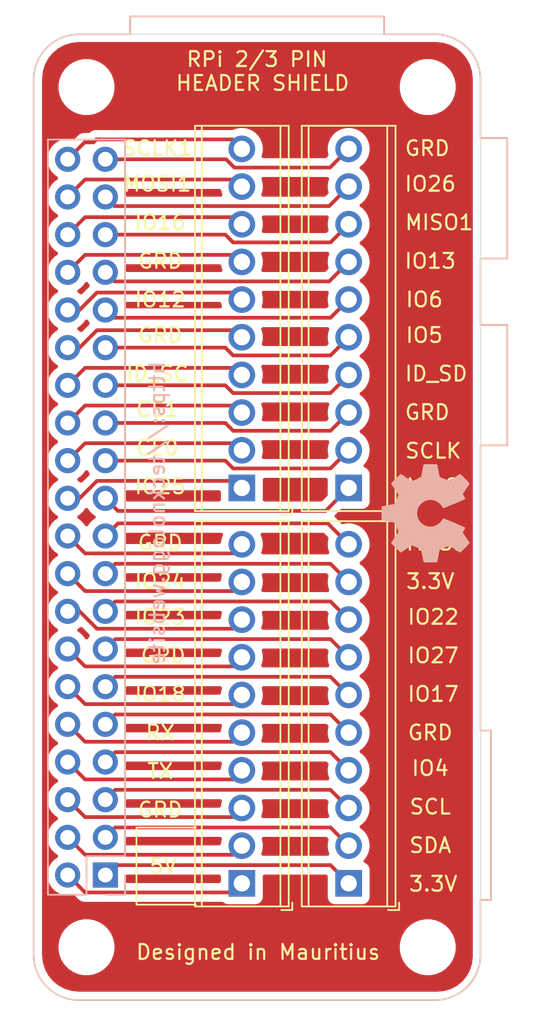
<source format=kicad_pcb>
(kicad_pcb (version 20171130) (host pcbnew "(5.1.6)-1")

  (general
    (thickness 1.6)
    (drawings 53)
    (tracks 132)
    (zones 0)
    (modules 6)
    (nets 41)
  )

  (page A4)
  (layers
    (0 F.Cu signal)
    (31 B.Cu signal)
    (32 B.Adhes user)
    (33 F.Adhes user)
    (34 B.Paste user)
    (35 F.Paste user)
    (36 B.SilkS user)
    (37 F.SilkS user)
    (38 B.Mask user)
    (39 F.Mask user)
    (40 Dwgs.User user)
    (41 Cmts.User user)
    (42 Eco1.User user)
    (43 Eco2.User user)
    (44 Edge.Cuts user)
    (45 Margin user)
    (46 B.CrtYd user)
    (47 F.CrtYd user)
    (48 B.Fab user)
    (49 F.Fab user)
  )

  (setup
    (last_trace_width 0.25)
    (user_trace_width 0.2)
    (trace_clearance 0.2)
    (zone_clearance 0.508)
    (zone_45_only no)
    (trace_min 0.2)
    (via_size 0.8)
    (via_drill 0.4)
    (via_min_size 0.4)
    (via_min_drill 0.3)
    (uvia_size 0.3)
    (uvia_drill 0.1)
    (uvias_allowed no)
    (uvia_min_size 0.2)
    (uvia_min_drill 0.1)
    (edge_width 0.05)
    (segment_width 0.2)
    (pcb_text_width 0.3)
    (pcb_text_size 1.5 1.5)
    (mod_edge_width 0.12)
    (mod_text_size 1 1)
    (mod_text_width 0.15)
    (pad_size 1.524 1.524)
    (pad_drill 0.762)
    (pad_to_mask_clearance 0.05)
    (aux_axis_origin 0 0)
    (visible_elements 7FFFFFFF)
    (pcbplotparams
      (layerselection 0x010fc_ffffffff)
      (usegerberextensions false)
      (usegerberattributes false)
      (usegerberadvancedattributes true)
      (creategerberjobfile true)
      (excludeedgelayer true)
      (linewidth 0.100000)
      (plotframeref false)
      (viasonmask false)
      (mode 1)
      (useauxorigin false)
      (hpglpennumber 1)
      (hpglpenspeed 20)
      (hpglpendiameter 15.000000)
      (psnegative false)
      (psa4output false)
      (plotreference true)
      (plotvalue true)
      (plotinvisibletext false)
      (padsonsilk false)
      (subtractmaskfromsilk false)
      (outputformat 1)
      (mirror false)
      (drillshape 0)
      (scaleselection 1)
      (outputdirectory "gerbers/"))
  )

  (net 0 "")
  (net 1 /40)
  (net 2 /39)
  (net 3 /26)
  (net 4 /25)
  (net 5 /22)
  (net 6 /21)
  (net 7 /30)
  (net 8 /29)
  (net 9 /8)
  (net 10 /7)
  (net 11 /32)
  (net 12 /31)
  (net 13 /18)
  (net 14 /17)
  (net 15 /36)
  (net 16 /35)
  (net 17 /34)
  (net 18 /33)
  (net 19 /38)
  (net 20 /37)
  (net 21 /20)
  (net 22 /19)
  (net 23 /10)
  (net 24 /9)
  (net 25 /14)
  (net 26 /13)
  (net 27 /28)
  (net 28 /27)
  (net 29 /12)
  (net 30 /11)
  (net 31 /24)
  (net 32 /23)
  (net 33 /1)
  (net 34 /2)
  (net 35 /5)
  (net 36 /4)
  (net 37 /16)
  (net 38 /15)
  (net 39 /3)
  (net 40 /6)

  (net_class Default "This is the default net class."
    (clearance 0.2)
    (trace_width 0.25)
    (via_dia 0.8)
    (via_drill 0.4)
    (uvia_dia 0.3)
    (uvia_drill 0.1)
    (add_net /1)
    (add_net /10)
    (add_net /11)
    (add_net /12)
    (add_net /13)
    (add_net /14)
    (add_net /15)
    (add_net /16)
    (add_net /17)
    (add_net /18)
    (add_net /19)
    (add_net /2)
    (add_net /20)
    (add_net /21)
    (add_net /22)
    (add_net /23)
    (add_net /24)
    (add_net /25)
    (add_net /26)
    (add_net /27)
    (add_net /28)
    (add_net /29)
    (add_net /3)
    (add_net /30)
    (add_net /31)
    (add_net /32)
    (add_net /33)
    (add_net /34)
    (add_net /35)
    (add_net /36)
    (add_net /37)
    (add_net /38)
    (add_net /39)
    (add_net /4)
    (add_net /40)
    (add_net /5)
    (add_net /6)
    (add_net /7)
    (add_net /8)
    (add_net /9)
  )

  (module TerminalBlock_Phoenix:TerminalBlock_Phoenix_MPT-0,5-10-2.54_1x10_P2.54mm_Horizontal (layer F.Cu) (tedit 5F9EFA8F) (tstamp 5F9F20E6)
    (at 109.5 65.9 90)
    (descr "Terminal Block Phoenix MPT-0,5-10-2.54, 10 pins, pitch 2.54mm, size 25.9x6.2mm^2, drill diamater 1.1mm, pad diameter 2.2mm, see http://www.mouser.com/ds/2/324/ItemDetail_1725672-916605.pdf, script-generated using https://github.com/pointhi/kicad-footprint-generator/scripts/TerminalBlock_Phoenix")
    (tags "THT Terminal Block Phoenix MPT-0,5-10-2.54 pitch 2.54mm size 25.9x6.2mm^2 drill 1.1mm pad 2.2mm")
    (path /5F9F3387)
    (fp_text reference J3 (at 11.43 -4.16 90) (layer F.SilkS) hide
      (effects (font (size 1 1) (thickness 0.15)))
    )
    (fp_text value Left2 (at 11.43 4.16 90) (layer F.Fab)
      (effects (font (size 1 1) (thickness 0.15)))
    )
    (fp_line (start 24.86 -3.6) (end -2 -3.6) (layer F.CrtYd) (width 0.05))
    (fp_line (start 24.86 3.6) (end 24.86 -3.6) (layer F.CrtYd) (width 0.05))
    (fp_line (start -2 3.6) (end 24.86 3.6) (layer F.CrtYd) (width 0.05))
    (fp_line (start -2 -3.6) (end -2 3.6) (layer F.CrtYd) (width 0.05))
    (fp_line (start -1.8 3.4) (end -1.3 3.4) (layer F.SilkS) (width 0.12))
    (fp_line (start -1.8 2.66) (end -1.8 3.4) (layer F.SilkS) (width 0.12))
    (fp_line (start 23.561 -0.835) (end 22.026 0.7) (layer F.Fab) (width 0.1))
    (fp_line (start 23.695 -0.7) (end 22.16 0.835) (layer F.Fab) (width 0.1))
    (fp_line (start 21.021 -0.835) (end 19.486 0.7) (layer F.Fab) (width 0.1))
    (fp_line (start 21.155 -0.7) (end 19.62 0.835) (layer F.Fab) (width 0.1))
    (fp_line (start 18.481 -0.835) (end 16.946 0.7) (layer F.Fab) (width 0.1))
    (fp_line (start 18.615 -0.7) (end 17.08 0.835) (layer F.Fab) (width 0.1))
    (fp_line (start 15.941 -0.835) (end 14.406 0.7) (layer F.Fab) (width 0.1))
    (fp_line (start 16.075 -0.7) (end 14.54 0.835) (layer F.Fab) (width 0.1))
    (fp_line (start 13.401 -0.835) (end 11.866 0.7) (layer F.Fab) (width 0.1))
    (fp_line (start 13.535 -0.7) (end 12 0.835) (layer F.Fab) (width 0.1))
    (fp_line (start 10.861 -0.835) (end 9.326 0.7) (layer F.Fab) (width 0.1))
    (fp_line (start 10.995 -0.7) (end 9.46 0.835) (layer F.Fab) (width 0.1))
    (fp_line (start 8.321 -0.835) (end 6.786 0.7) (layer F.Fab) (width 0.1))
    (fp_line (start 8.455 -0.7) (end 6.92 0.835) (layer F.Fab) (width 0.1))
    (fp_line (start 5.781 -0.835) (end 4.246 0.7) (layer F.Fab) (width 0.1))
    (fp_line (start 5.915 -0.7) (end 4.38 0.835) (layer F.Fab) (width 0.1))
    (fp_line (start 3.241 -0.835) (end 1.706 0.7) (layer F.Fab) (width 0.1))
    (fp_line (start 3.375 -0.7) (end 1.84 0.835) (layer F.Fab) (width 0.1))
    (fp_line (start 0.701 -0.835) (end -0.835 0.7) (layer F.Fab) (width 0.1))
    (fp_line (start 0.835 -0.7) (end -0.701 0.835) (layer F.Fab) (width 0.1))
    (fp_line (start 24.42 -3.16) (end 24.42 3.16) (layer F.SilkS) (width 0.12))
    (fp_line (start -1.56 -3.16) (end -1.56 3.16) (layer F.SilkS) (width 0.12))
    (fp_line (start -1.56 3.16) (end 24.42 3.16) (layer F.SilkS) (width 0.12))
    (fp_line (start -1.56 -3.16) (end 24.42 -3.16) (layer F.SilkS) (width 0.12))
    (fp_line (start -1.56 -2.7) (end 24.42 -2.7) (layer F.SilkS) (width 0.12))
    (fp_line (start -1.5 -2.7) (end 24.36 -2.7) (layer F.Fab) (width 0.1))
    (fp_line (start -1.56 2.6) (end 24.42 2.6) (layer F.SilkS) (width 0.12))
    (fp_line (start -1.5 2.6) (end 24.36 2.6) (layer F.Fab) (width 0.1))
    (fp_line (start -1.5 2.6) (end -1.5 -3.1) (layer F.Fab) (width 0.1))
    (fp_line (start -1 3.1) (end -1.5 2.6) (layer F.Fab) (width 0.1))
    (fp_line (start 24.36 3.1) (end -1 3.1) (layer F.Fab) (width 0.1))
    (fp_line (start 24.36 -3.1) (end 24.36 3.1) (layer F.Fab) (width 0.1))
    (fp_line (start -1.5 -3.1) (end 24.36 -3.1) (layer F.Fab) (width 0.1))
    (fp_circle (center 22.86 0) (end 23.96 0) (layer F.Fab) (width 0.1))
    (fp_circle (center 20.32 0) (end 21.42 0) (layer F.Fab) (width 0.1))
    (fp_circle (center 17.78 0) (end 18.88 0) (layer F.Fab) (width 0.1))
    (fp_circle (center 15.24 0) (end 16.34 0) (layer F.Fab) (width 0.1))
    (fp_circle (center 12.7 0) (end 13.8 0) (layer F.Fab) (width 0.1))
    (fp_circle (center 10.16 0) (end 11.26 0) (layer F.Fab) (width 0.1))
    (fp_circle (center 7.62 0) (end 8.72 0) (layer F.Fab) (width 0.1))
    (fp_circle (center 5.08 0) (end 6.18 0) (layer F.Fab) (width 0.1))
    (fp_circle (center 2.54 0) (end 3.64 0) (layer F.Fab) (width 0.1))
    (fp_circle (center 0 0) (end 1.1 0) (layer F.Fab) (width 0.1))
    (fp_text user %R (at 11.43 2 90) (layer F.Fab)
      (effects (font (size 1 1) (thickness 0.15)))
    )
    (pad 10 thru_hole circle (at 22.86 0 90) (size 1.8 1.8) (drill 1.1) (layers *.Cu *.Mask)
      (net 2 /39))
    (pad 9 thru_hole circle (at 20.32 0 90) (size 1.8 1.8) (drill 1.1) (layers *.Cu *.Mask)
      (net 20 /37))
    (pad 8 thru_hole circle (at 17.78 0 90) (size 1.8 1.8) (drill 1.1) (layers *.Cu *.Mask)
      (net 16 /35))
    (pad 7 thru_hole circle (at 15.24 0 90) (size 1.8 1.8) (drill 1.1) (layers *.Cu *.Mask)
      (net 18 /33))
    (pad 6 thru_hole circle (at 12.7 0 90) (size 1.8 1.8) (drill 1.1) (layers *.Cu *.Mask)
      (net 12 /31))
    (pad 5 thru_hole circle (at 10.16 0 90) (size 1.8 1.8) (drill 1.1) (layers *.Cu *.Mask)
      (net 8 /29))
    (pad 4 thru_hole circle (at 7.62 0 90) (size 1.8 1.8) (drill 1.1) (layers *.Cu *.Mask)
      (net 28 /27))
    (pad 3 thru_hole circle (at 5.08 0 90) (size 1.8 1.8) (drill 1.1) (layers *.Cu *.Mask)
      (net 4 /25))
    (pad 2 thru_hole circle (at 2.54 0 90) (size 1.8 1.8) (drill 1.1) (layers *.Cu *.Mask)
      (net 32 /23))
    (pad 1 thru_hole rect (at 0 0 90) (size 1.8 1.8) (drill 1.1) (layers *.Cu *.Mask)
      (net 6 /21))
    (model ${KISYS3DMOD}/TerminalBlock_Phoenix.3dshapes/TerminalBlock_Phoenix_MPT-0,5-10-2.54_1x10_P2.54mm_Horizontal.wrl
      (at (xyz 0 0 0))
      (scale (xyz 1 1 1))
      (rotate (xyz 0 0 0))
    )
  )

  (module TerminalBlock_Phoenix:TerminalBlock_Phoenix_MPT-0,5-10-2.54_1x10_P2.54mm_Horizontal (layer F.Cu) (tedit 5F9EFA8F) (tstamp 5F9F20E6)
    (at 102.3 65.9 90)
    (descr "Terminal Block Phoenix MPT-0,5-10-2.54, 10 pins, pitch 2.54mm, size 25.9x6.2mm^2, drill diamater 1.1mm, pad diameter 2.2mm, see http://www.mouser.com/ds/2/324/ItemDetail_1725672-916605.pdf, script-generated using https://github.com/pointhi/kicad-footprint-generator/scripts/TerminalBlock_Phoenix")
    (tags "THT Terminal Block Phoenix MPT-0,5-10-2.54 pitch 2.54mm size 25.9x6.2mm^2 drill 1.1mm pad 2.2mm")
    (path /5FA0D2A6)
    (fp_text reference J5 (at 11.43 -4.16 90) (layer F.SilkS) hide
      (effects (font (size 1 1) (thickness 0.15)))
    )
    (fp_text value Right2 (at 11.43 4.16 90) (layer F.Fab)
      (effects (font (size 1 1) (thickness 0.15)))
    )
    (fp_line (start 24.86 -3.6) (end -2 -3.6) (layer F.CrtYd) (width 0.05))
    (fp_line (start 24.86 3.6) (end 24.86 -3.6) (layer F.CrtYd) (width 0.05))
    (fp_line (start -2 3.6) (end 24.86 3.6) (layer F.CrtYd) (width 0.05))
    (fp_line (start -2 -3.6) (end -2 3.6) (layer F.CrtYd) (width 0.05))
    (fp_line (start -1.8 3.4) (end -1.3 3.4) (layer F.SilkS) (width 0.12))
    (fp_line (start -1.8 2.66) (end -1.8 3.4) (layer F.SilkS) (width 0.12))
    (fp_line (start 23.561 -0.835) (end 22.026 0.7) (layer F.Fab) (width 0.1))
    (fp_line (start 23.695 -0.7) (end 22.16 0.835) (layer F.Fab) (width 0.1))
    (fp_line (start 21.021 -0.835) (end 19.486 0.7) (layer F.Fab) (width 0.1))
    (fp_line (start 21.155 -0.7) (end 19.62 0.835) (layer F.Fab) (width 0.1))
    (fp_line (start 18.481 -0.835) (end 16.946 0.7) (layer F.Fab) (width 0.1))
    (fp_line (start 18.615 -0.7) (end 17.08 0.835) (layer F.Fab) (width 0.1))
    (fp_line (start 15.941 -0.835) (end 14.406 0.7) (layer F.Fab) (width 0.1))
    (fp_line (start 16.075 -0.7) (end 14.54 0.835) (layer F.Fab) (width 0.1))
    (fp_line (start 13.401 -0.835) (end 11.866 0.7) (layer F.Fab) (width 0.1))
    (fp_line (start 13.535 -0.7) (end 12 0.835) (layer F.Fab) (width 0.1))
    (fp_line (start 10.861 -0.835) (end 9.326 0.7) (layer F.Fab) (width 0.1))
    (fp_line (start 10.995 -0.7) (end 9.46 0.835) (layer F.Fab) (width 0.1))
    (fp_line (start 8.321 -0.835) (end 6.786 0.7) (layer F.Fab) (width 0.1))
    (fp_line (start 8.455 -0.7) (end 6.92 0.835) (layer F.Fab) (width 0.1))
    (fp_line (start 5.781 -0.835) (end 4.246 0.7) (layer F.Fab) (width 0.1))
    (fp_line (start 5.915 -0.7) (end 4.38 0.835) (layer F.Fab) (width 0.1))
    (fp_line (start 3.241 -0.835) (end 1.706 0.7) (layer F.Fab) (width 0.1))
    (fp_line (start 3.375 -0.7) (end 1.84 0.835) (layer F.Fab) (width 0.1))
    (fp_line (start 0.701 -0.835) (end -0.835 0.7) (layer F.Fab) (width 0.1))
    (fp_line (start 0.835 -0.7) (end -0.701 0.835) (layer F.Fab) (width 0.1))
    (fp_line (start 24.42 -3.16) (end 24.42 3.16) (layer F.SilkS) (width 0.12))
    (fp_line (start -1.56 -3.16) (end -1.56 3.16) (layer F.SilkS) (width 0.12))
    (fp_line (start -1.56 3.16) (end 24.42 3.16) (layer F.SilkS) (width 0.12))
    (fp_line (start -1.56 -3.16) (end 24.42 -3.16) (layer F.SilkS) (width 0.12))
    (fp_line (start -1.56 -2.7) (end 24.42 -2.7) (layer F.SilkS) (width 0.12))
    (fp_line (start -1.5 -2.7) (end 24.36 -2.7) (layer F.Fab) (width 0.1))
    (fp_line (start -1.56 2.6) (end 24.42 2.6) (layer F.SilkS) (width 0.12))
    (fp_line (start -1.5 2.6) (end 24.36 2.6) (layer F.Fab) (width 0.1))
    (fp_line (start -1.5 2.6) (end -1.5 -3.1) (layer F.Fab) (width 0.1))
    (fp_line (start -1 3.1) (end -1.5 2.6) (layer F.Fab) (width 0.1))
    (fp_line (start 24.36 3.1) (end -1 3.1) (layer F.Fab) (width 0.1))
    (fp_line (start 24.36 -3.1) (end 24.36 3.1) (layer F.Fab) (width 0.1))
    (fp_line (start -1.5 -3.1) (end 24.36 -3.1) (layer F.Fab) (width 0.1))
    (fp_circle (center 22.86 0) (end 23.96 0) (layer F.Fab) (width 0.1))
    (fp_circle (center 20.32 0) (end 21.42 0) (layer F.Fab) (width 0.1))
    (fp_circle (center 17.78 0) (end 18.88 0) (layer F.Fab) (width 0.1))
    (fp_circle (center 15.24 0) (end 16.34 0) (layer F.Fab) (width 0.1))
    (fp_circle (center 12.7 0) (end 13.8 0) (layer F.Fab) (width 0.1))
    (fp_circle (center 10.16 0) (end 11.26 0) (layer F.Fab) (width 0.1))
    (fp_circle (center 7.62 0) (end 8.72 0) (layer F.Fab) (width 0.1))
    (fp_circle (center 5.08 0) (end 6.18 0) (layer F.Fab) (width 0.1))
    (fp_circle (center 2.54 0) (end 3.64 0) (layer F.Fab) (width 0.1))
    (fp_circle (center 0 0) (end 1.1 0) (layer F.Fab) (width 0.1))
    (fp_text user %R (at 11.43 2 90) (layer F.Fab)
      (effects (font (size 1 1) (thickness 0.15)))
    )
    (pad 10 thru_hole circle (at 22.86 0 90) (size 1.8 1.8) (drill 1.1) (layers *.Cu *.Mask)
      (net 1 /40))
    (pad 9 thru_hole circle (at 20.32 0 90) (size 1.8 1.8) (drill 1.1) (layers *.Cu *.Mask)
      (net 19 /38))
    (pad 8 thru_hole circle (at 17.78 0 90) (size 1.8 1.8) (drill 1.1) (layers *.Cu *.Mask)
      (net 15 /36))
    (pad 7 thru_hole circle (at 15.24 0 90) (size 1.8 1.8) (drill 1.1) (layers *.Cu *.Mask)
      (net 17 /34))
    (pad 6 thru_hole circle (at 12.7 0 90) (size 1.8 1.8) (drill 1.1) (layers *.Cu *.Mask)
      (net 11 /32))
    (pad 5 thru_hole circle (at 10.16 0 90) (size 1.8 1.8) (drill 1.1) (layers *.Cu *.Mask)
      (net 7 /30))
    (pad 4 thru_hole circle (at 7.62 0 90) (size 1.8 1.8) (drill 1.1) (layers *.Cu *.Mask)
      (net 27 /28))
    (pad 3 thru_hole circle (at 5.08 0 90) (size 1.8 1.8) (drill 1.1) (layers *.Cu *.Mask)
      (net 3 /26))
    (pad 2 thru_hole circle (at 2.54 0 90) (size 1.8 1.8) (drill 1.1) (layers *.Cu *.Mask)
      (net 31 /24))
    (pad 1 thru_hole rect (at 0 0 90) (size 1.8 1.8) (drill 1.1) (layers *.Cu *.Mask)
      (net 5 /22))
    (model ${KISYS3DMOD}/TerminalBlock_Phoenix.3dshapes/TerminalBlock_Phoenix_MPT-0,5-10-2.54_1x10_P2.54mm_Horizontal.wrl
      (at (xyz 0 0 0))
      (scale (xyz 1 1 1))
      (rotate (xyz 0 0 0))
    )
  )

  (module TerminalBlock_Phoenix:TerminalBlock_Phoenix_MPT-0,5-10-2.54_1x10_P2.54mm_Horizontal (layer F.Cu) (tedit 5F9EFA8F) (tstamp 5F9F20E6)
    (at 109.5 92.56 90)
    (descr "Terminal Block Phoenix MPT-0,5-10-2.54, 10 pins, pitch 2.54mm, size 25.9x6.2mm^2, drill diamater 1.1mm, pad diameter 2.2mm, see http://www.mouser.com/ds/2/324/ItemDetail_1725672-916605.pdf, script-generated using https://github.com/pointhi/kicad-footprint-generator/scripts/TerminalBlock_Phoenix")
    (tags "THT Terminal Block Phoenix MPT-0,5-10-2.54 pitch 2.54mm size 25.9x6.2mm^2 drill 1.1mm pad 2.2mm")
    (path /5F9F05E0)
    (fp_text reference J2 (at 11.43 -4.16 90) (layer F.SilkS) hide
      (effects (font (size 1 1) (thickness 0.15)))
    )
    (fp_text value Left1 (at 11.43 4.16 90) (layer F.Fab)
      (effects (font (size 1 1) (thickness 0.15)))
    )
    (fp_line (start 24.86 -3.6) (end -2 -3.6) (layer F.CrtYd) (width 0.05))
    (fp_line (start 24.86 3.6) (end 24.86 -3.6) (layer F.CrtYd) (width 0.05))
    (fp_line (start -2 3.6) (end 24.86 3.6) (layer F.CrtYd) (width 0.05))
    (fp_line (start -2 -3.6) (end -2 3.6) (layer F.CrtYd) (width 0.05))
    (fp_line (start -1.8 3.4) (end -1.3 3.4) (layer F.SilkS) (width 0.12))
    (fp_line (start -1.8 2.66) (end -1.8 3.4) (layer F.SilkS) (width 0.12))
    (fp_line (start 23.561 -0.835) (end 22.026 0.7) (layer F.Fab) (width 0.1))
    (fp_line (start 23.695 -0.7) (end 22.16 0.835) (layer F.Fab) (width 0.1))
    (fp_line (start 21.021 -0.835) (end 19.486 0.7) (layer F.Fab) (width 0.1))
    (fp_line (start 21.155 -0.7) (end 19.62 0.835) (layer F.Fab) (width 0.1))
    (fp_line (start 18.481 -0.835) (end 16.946 0.7) (layer F.Fab) (width 0.1))
    (fp_line (start 18.615 -0.7) (end 17.08 0.835) (layer F.Fab) (width 0.1))
    (fp_line (start 15.941 -0.835) (end 14.406 0.7) (layer F.Fab) (width 0.1))
    (fp_line (start 16.075 -0.7) (end 14.54 0.835) (layer F.Fab) (width 0.1))
    (fp_line (start 13.401 -0.835) (end 11.866 0.7) (layer F.Fab) (width 0.1))
    (fp_line (start 13.535 -0.7) (end 12 0.835) (layer F.Fab) (width 0.1))
    (fp_line (start 10.861 -0.835) (end 9.326 0.7) (layer F.Fab) (width 0.1))
    (fp_line (start 10.995 -0.7) (end 9.46 0.835) (layer F.Fab) (width 0.1))
    (fp_line (start 8.321 -0.835) (end 6.786 0.7) (layer F.Fab) (width 0.1))
    (fp_line (start 8.455 -0.7) (end 6.92 0.835) (layer F.Fab) (width 0.1))
    (fp_line (start 5.781 -0.835) (end 4.246 0.7) (layer F.Fab) (width 0.1))
    (fp_line (start 5.915 -0.7) (end 4.38 0.835) (layer F.Fab) (width 0.1))
    (fp_line (start 3.241 -0.835) (end 1.706 0.7) (layer F.Fab) (width 0.1))
    (fp_line (start 3.375 -0.7) (end 1.84 0.835) (layer F.Fab) (width 0.1))
    (fp_line (start 0.701 -0.835) (end -0.835 0.7) (layer F.Fab) (width 0.1))
    (fp_line (start 0.835 -0.7) (end -0.701 0.835) (layer F.Fab) (width 0.1))
    (fp_line (start 24.42 -3.16) (end 24.42 3.16) (layer F.SilkS) (width 0.12))
    (fp_line (start -1.56 -3.16) (end -1.56 3.16) (layer F.SilkS) (width 0.12))
    (fp_line (start -1.56 3.16) (end 24.42 3.16) (layer F.SilkS) (width 0.12))
    (fp_line (start -1.56 -3.16) (end 24.42 -3.16) (layer F.SilkS) (width 0.12))
    (fp_line (start -1.56 -2.7) (end 24.42 -2.7) (layer F.SilkS) (width 0.12))
    (fp_line (start -1.5 -2.7) (end 24.36 -2.7) (layer F.Fab) (width 0.1))
    (fp_line (start -1.56 2.6) (end 24.42 2.6) (layer F.SilkS) (width 0.12))
    (fp_line (start -1.5 2.6) (end 24.36 2.6) (layer F.Fab) (width 0.1))
    (fp_line (start -1.5 2.6) (end -1.5 -3.1) (layer F.Fab) (width 0.1))
    (fp_line (start -1 3.1) (end -1.5 2.6) (layer F.Fab) (width 0.1))
    (fp_line (start 24.36 3.1) (end -1 3.1) (layer F.Fab) (width 0.1))
    (fp_line (start 24.36 -3.1) (end 24.36 3.1) (layer F.Fab) (width 0.1))
    (fp_line (start -1.5 -3.1) (end 24.36 -3.1) (layer F.Fab) (width 0.1))
    (fp_circle (center 22.86 0) (end 23.96 0) (layer F.Fab) (width 0.1))
    (fp_circle (center 20.32 0) (end 21.42 0) (layer F.Fab) (width 0.1))
    (fp_circle (center 17.78 0) (end 18.88 0) (layer F.Fab) (width 0.1))
    (fp_circle (center 15.24 0) (end 16.34 0) (layer F.Fab) (width 0.1))
    (fp_circle (center 12.7 0) (end 13.8 0) (layer F.Fab) (width 0.1))
    (fp_circle (center 10.16 0) (end 11.26 0) (layer F.Fab) (width 0.1))
    (fp_circle (center 7.62 0) (end 8.72 0) (layer F.Fab) (width 0.1))
    (fp_circle (center 5.08 0) (end 6.18 0) (layer F.Fab) (width 0.1))
    (fp_circle (center 2.54 0) (end 3.64 0) (layer F.Fab) (width 0.1))
    (fp_circle (center 0 0) (end 1.1 0) (layer F.Fab) (width 0.1))
    (fp_text user %R (at 11.43 2 90) (layer F.Fab)
      (effects (font (size 1 1) (thickness 0.15)))
    )
    (pad 10 thru_hole circle (at 22.86 0 90) (size 1.8 1.8) (drill 1.1) (layers *.Cu *.Mask)
      (net 22 /19))
    (pad 9 thru_hole circle (at 20.32 0 90) (size 1.8 1.8) (drill 1.1) (layers *.Cu *.Mask)
      (net 14 /17))
    (pad 8 thru_hole circle (at 17.78 0 90) (size 1.8 1.8) (drill 1.1) (layers *.Cu *.Mask)
      (net 38 /15))
    (pad 7 thru_hole circle (at 15.24 0 90) (size 1.8 1.8) (drill 1.1) (layers *.Cu *.Mask)
      (net 26 /13))
    (pad 6 thru_hole circle (at 12.7 0 90) (size 1.8 1.8) (drill 1.1) (layers *.Cu *.Mask)
      (net 30 /11))
    (pad 5 thru_hole circle (at 10.16 0 90) (size 1.8 1.8) (drill 1.1) (layers *.Cu *.Mask)
      (net 24 /9))
    (pad 4 thru_hole circle (at 7.62 0 90) (size 1.8 1.8) (drill 1.1) (layers *.Cu *.Mask)
      (net 10 /7))
    (pad 3 thru_hole circle (at 5.08 0 90) (size 1.8 1.8) (drill 1.1) (layers *.Cu *.Mask)
      (net 35 /5))
    (pad 2 thru_hole circle (at 2.54 0 90) (size 1.8 1.8) (drill 1.1) (layers *.Cu *.Mask)
      (net 39 /3))
    (pad 1 thru_hole rect (at 0 0 90) (size 1.8 1.8) (drill 1.1) (layers *.Cu *.Mask)
      (net 33 /1))
    (model ${KISYS3DMOD}/TerminalBlock_Phoenix.3dshapes/TerminalBlock_Phoenix_MPT-0,5-10-2.54_1x10_P2.54mm_Horizontal.wrl
      (at (xyz 0 0 0))
      (scale (xyz 1 1 1))
      (rotate (xyz 0 0 0))
    )
  )

  (module TerminalBlock_Phoenix:TerminalBlock_Phoenix_MPT-0,5-10-2.54_1x10_P2.54mm_Horizontal (layer F.Cu) (tedit 5F9EFA8F) (tstamp 5F9F1AE4)
    (at 102.3 92.56 90)
    (descr "Terminal Block Phoenix MPT-0,5-10-2.54, 10 pins, pitch 2.54mm, size 25.9x6.2mm^2, drill diamater 1.1mm, pad diameter 2.2mm, see http://www.mouser.com/ds/2/324/ItemDetail_1725672-916605.pdf, script-generated using https://github.com/pointhi/kicad-footprint-generator/scripts/TerminalBlock_Phoenix")
    (tags "THT Terminal Block Phoenix MPT-0,5-10-2.54 pitch 2.54mm size 25.9x6.2mm^2 drill 1.1mm pad 2.2mm")
    (path /5FA0D2A0)
    (fp_text reference J4 (at 11.43 -4.16 90) (layer F.SilkS) hide
      (effects (font (size 1 1) (thickness 0.15)))
    )
    (fp_text value Right1 (at 11.43 4.16 90) (layer F.Fab)
      (effects (font (size 1 1) (thickness 0.15)))
    )
    (fp_line (start 24.86 -3.6) (end -2 -3.6) (layer F.CrtYd) (width 0.05))
    (fp_line (start 24.86 3.6) (end 24.86 -3.6) (layer F.CrtYd) (width 0.05))
    (fp_line (start -2 3.6) (end 24.86 3.6) (layer F.CrtYd) (width 0.05))
    (fp_line (start -2 -3.6) (end -2 3.6) (layer F.CrtYd) (width 0.05))
    (fp_line (start -1.8 3.4) (end -1.3 3.4) (layer F.SilkS) (width 0.12))
    (fp_line (start -1.8 2.66) (end -1.8 3.4) (layer F.SilkS) (width 0.12))
    (fp_line (start 23.561 -0.835) (end 22.026 0.7) (layer F.Fab) (width 0.1))
    (fp_line (start 23.695 -0.7) (end 22.16 0.835) (layer F.Fab) (width 0.1))
    (fp_line (start 21.021 -0.835) (end 19.486 0.7) (layer F.Fab) (width 0.1))
    (fp_line (start 21.155 -0.7) (end 19.62 0.835) (layer F.Fab) (width 0.1))
    (fp_line (start 18.481 -0.835) (end 16.946 0.7) (layer F.Fab) (width 0.1))
    (fp_line (start 18.615 -0.7) (end 17.08 0.835) (layer F.Fab) (width 0.1))
    (fp_line (start 15.941 -0.835) (end 14.406 0.7) (layer F.Fab) (width 0.1))
    (fp_line (start 16.075 -0.7) (end 14.54 0.835) (layer F.Fab) (width 0.1))
    (fp_line (start 13.401 -0.835) (end 11.866 0.7) (layer F.Fab) (width 0.1))
    (fp_line (start 13.535 -0.7) (end 12 0.835) (layer F.Fab) (width 0.1))
    (fp_line (start 10.861 -0.835) (end 9.326 0.7) (layer F.Fab) (width 0.1))
    (fp_line (start 10.995 -0.7) (end 9.46 0.835) (layer F.Fab) (width 0.1))
    (fp_line (start 8.321 -0.835) (end 6.786 0.7) (layer F.Fab) (width 0.1))
    (fp_line (start 8.455 -0.7) (end 6.92 0.835) (layer F.Fab) (width 0.1))
    (fp_line (start 5.781 -0.835) (end 4.246 0.7) (layer F.Fab) (width 0.1))
    (fp_line (start 5.915 -0.7) (end 4.38 0.835) (layer F.Fab) (width 0.1))
    (fp_line (start 3.241 -0.835) (end 1.706 0.7) (layer F.Fab) (width 0.1))
    (fp_line (start 3.375 -0.7) (end 1.84 0.835) (layer F.Fab) (width 0.1))
    (fp_line (start 0.701 -0.835) (end -0.835 0.7) (layer F.Fab) (width 0.1))
    (fp_line (start 0.835 -0.7) (end -0.701 0.835) (layer F.Fab) (width 0.1))
    (fp_line (start 24.42 -3.16) (end 24.42 3.16) (layer F.SilkS) (width 0.12))
    (fp_line (start -1.56 -3.16) (end -1.56 3.16) (layer F.SilkS) (width 0.12))
    (fp_line (start -1.56 3.16) (end 24.42 3.16) (layer F.SilkS) (width 0.12))
    (fp_line (start -1.56 -3.16) (end 24.42 -3.16) (layer F.SilkS) (width 0.12))
    (fp_line (start -1.56 -2.7) (end 24.42 -2.7) (layer F.SilkS) (width 0.12))
    (fp_line (start -1.5 -2.7) (end 24.36 -2.7) (layer F.Fab) (width 0.1))
    (fp_line (start -1.56 2.6) (end 24.42 2.6) (layer F.SilkS) (width 0.12))
    (fp_line (start -1.5 2.6) (end 24.36 2.6) (layer F.Fab) (width 0.1))
    (fp_line (start -1.5 2.6) (end -1.5 -3.1) (layer F.Fab) (width 0.1))
    (fp_line (start -1 3.1) (end -1.5 2.6) (layer F.Fab) (width 0.1))
    (fp_line (start 24.36 3.1) (end -1 3.1) (layer F.Fab) (width 0.1))
    (fp_line (start 24.36 -3.1) (end 24.36 3.1) (layer F.Fab) (width 0.1))
    (fp_line (start -1.5 -3.1) (end 24.36 -3.1) (layer F.Fab) (width 0.1))
    (fp_circle (center 22.86 0) (end 23.96 0) (layer F.Fab) (width 0.1))
    (fp_circle (center 20.32 0) (end 21.42 0) (layer F.Fab) (width 0.1))
    (fp_circle (center 17.78 0) (end 18.88 0) (layer F.Fab) (width 0.1))
    (fp_circle (center 15.24 0) (end 16.34 0) (layer F.Fab) (width 0.1))
    (fp_circle (center 12.7 0) (end 13.8 0) (layer F.Fab) (width 0.1))
    (fp_circle (center 10.16 0) (end 11.26 0) (layer F.Fab) (width 0.1))
    (fp_circle (center 7.62 0) (end 8.72 0) (layer F.Fab) (width 0.1))
    (fp_circle (center 5.08 0) (end 6.18 0) (layer F.Fab) (width 0.1))
    (fp_circle (center 2.54 0) (end 3.64 0) (layer F.Fab) (width 0.1))
    (fp_circle (center 0 0) (end 1.1 0) (layer F.Fab) (width 0.1))
    (fp_text user %R (at 11.43 2 90) (layer F.Fab)
      (effects (font (size 1 1) (thickness 0.15)))
    )
    (pad 1 thru_hole rect (at 0 0 90) (size 1.8 1.8) (drill 1.1) (layers *.Cu *.Mask)
      (net 34 /2))
    (pad 2 thru_hole circle (at 2.54 0 90) (size 1.8 1.8) (drill 1.1) (layers *.Cu *.Mask)
      (net 36 /4))
    (pad 3 thru_hole circle (at 5.08 0 90) (size 1.8 1.8) (drill 1.1) (layers *.Cu *.Mask)
      (net 40 /6))
    (pad 4 thru_hole circle (at 7.62 0 90) (size 1.8 1.8) (drill 1.1) (layers *.Cu *.Mask)
      (net 9 /8))
    (pad 5 thru_hole circle (at 10.16 0 90) (size 1.8 1.8) (drill 1.1) (layers *.Cu *.Mask)
      (net 23 /10))
    (pad 6 thru_hole circle (at 12.7 0 90) (size 1.8 1.8) (drill 1.1) (layers *.Cu *.Mask)
      (net 29 /12))
    (pad 7 thru_hole circle (at 15.24 0 90) (size 1.8 1.8) (drill 1.1) (layers *.Cu *.Mask)
      (net 25 /14))
    (pad 8 thru_hole circle (at 17.78 0 90) (size 1.8 1.8) (drill 1.1) (layers *.Cu *.Mask)
      (net 37 /16))
    (pad 9 thru_hole circle (at 20.32 0 90) (size 1.8 1.8) (drill 1.1) (layers *.Cu *.Mask)
      (net 13 /18))
    (pad 10 thru_hole circle (at 22.86 0 90) (size 1.8 1.8) (drill 1.1) (layers *.Cu *.Mask)
      (net 21 /20))
    (model ${KISYS3DMOD}/TerminalBlock_Phoenix.3dshapes/TerminalBlock_Phoenix_MPT-0,5-10-2.54_1x10_P2.54mm_Horizontal.wrl
      (at (xyz 0 0 0))
      (scale (xyz 1 1 1))
      (rotate (xyz 0 0 0))
    )
  )

  (module Symbol:OSHW-Symbol_6.7x6mm_SilkScreen (layer B.Cu) (tedit 0) (tstamp 5F9F4C6B)
    (at 114.7 67.6 270)
    (descr "Open Source Hardware Symbol")
    (tags "Logo Symbol OSHW")
    (attr virtual)
    (fp_text reference REF** (at -0.4 0.6 90) (layer B.SilkS) hide
      (effects (font (size 1 1) (thickness 0.15)) (justify mirror))
    )
    (fp_text value OSHW-Symbol_6.7x6mm_SilkScreen (at 0.75 0 90) (layer B.Fab) hide
      (effects (font (size 1 1) (thickness 0.15)) (justify mirror))
    )
    (fp_poly (pts (xy 0.555814 2.531069) (xy 0.639635 2.086445) (xy 0.94892 1.958947) (xy 1.258206 1.831449)
      (xy 1.629246 2.083754) (xy 1.733157 2.154004) (xy 1.827087 2.216728) (xy 1.906652 2.269062)
      (xy 1.96747 2.308143) (xy 2.005157 2.331107) (xy 2.015421 2.336058) (xy 2.03391 2.323324)
      (xy 2.07342 2.288118) (xy 2.129522 2.234938) (xy 2.197787 2.168282) (xy 2.273786 2.092646)
      (xy 2.353092 2.012528) (xy 2.431275 1.932426) (xy 2.503907 1.856836) (xy 2.566559 1.790255)
      (xy 2.614803 1.737182) (xy 2.64421 1.702113) (xy 2.651241 1.690377) (xy 2.641123 1.66874)
      (xy 2.612759 1.621338) (xy 2.569129 1.552807) (xy 2.513218 1.467785) (xy 2.448006 1.370907)
      (xy 2.410219 1.31565) (xy 2.341343 1.214752) (xy 2.28014 1.123701) (xy 2.229578 1.04703)
      (xy 2.192628 0.989272) (xy 2.172258 0.954957) (xy 2.169197 0.947746) (xy 2.176136 0.927252)
      (xy 2.195051 0.879487) (xy 2.223087 0.811168) (xy 2.257391 0.729011) (xy 2.295109 0.63973)
      (xy 2.333387 0.550042) (xy 2.36937 0.466662) (xy 2.400206 0.396306) (xy 2.423039 0.34569)
      (xy 2.435017 0.321529) (xy 2.435724 0.320578) (xy 2.454531 0.315964) (xy 2.504618 0.305672)
      (xy 2.580793 0.290713) (xy 2.677865 0.272099) (xy 2.790643 0.250841) (xy 2.856442 0.238582)
      (xy 2.97695 0.215638) (xy 3.085797 0.193805) (xy 3.177476 0.174278) (xy 3.246481 0.158252)
      (xy 3.287304 0.146921) (xy 3.295511 0.143326) (xy 3.303548 0.118994) (xy 3.310033 0.064041)
      (xy 3.31497 -0.015108) (xy 3.318364 -0.112026) (xy 3.320218 -0.220287) (xy 3.320538 -0.333465)
      (xy 3.319327 -0.445135) (xy 3.31659 -0.548868) (xy 3.312331 -0.638241) (xy 3.306555 -0.706826)
      (xy 3.299267 -0.748197) (xy 3.294895 -0.75681) (xy 3.268764 -0.767133) (xy 3.213393 -0.781892)
      (xy 3.136107 -0.799352) (xy 3.04423 -0.81778) (xy 3.012158 -0.823741) (xy 2.857524 -0.852066)
      (xy 2.735375 -0.874876) (xy 2.641673 -0.89308) (xy 2.572384 -0.907583) (xy 2.523471 -0.919292)
      (xy 2.490897 -0.929115) (xy 2.470628 -0.937956) (xy 2.458626 -0.946724) (xy 2.456947 -0.948457)
      (xy 2.440184 -0.976371) (xy 2.414614 -1.030695) (xy 2.382788 -1.104777) (xy 2.34726 -1.191965)
      (xy 2.310583 -1.285608) (xy 2.275311 -1.379052) (xy 2.243996 -1.465647) (xy 2.219193 -1.53874)
      (xy 2.203454 -1.591678) (xy 2.199332 -1.617811) (xy 2.199676 -1.618726) (xy 2.213641 -1.640086)
      (xy 2.245322 -1.687084) (xy 2.291391 -1.754827) (xy 2.348518 -1.838423) (xy 2.413373 -1.932982)
      (xy 2.431843 -1.959854) (xy 2.497699 -2.057275) (xy 2.55565 -2.146163) (xy 2.602538 -2.221412)
      (xy 2.635207 -2.27792) (xy 2.6505 -2.310581) (xy 2.651241 -2.314593) (xy 2.638392 -2.335684)
      (xy 2.602888 -2.377464) (xy 2.549293 -2.435445) (xy 2.482171 -2.505135) (xy 2.406087 -2.582045)
      (xy 2.325604 -2.661683) (xy 2.245287 -2.739561) (xy 2.169699 -2.811186) (xy 2.103405 -2.87207)
      (xy 2.050969 -2.917721) (xy 2.016955 -2.94365) (xy 2.007545 -2.947883) (xy 1.985643 -2.937912)
      (xy 1.9408 -2.91102) (xy 1.880321 -2.871736) (xy 1.833789 -2.840117) (xy 1.749475 -2.782098)
      (xy 1.649626 -2.713784) (xy 1.549473 -2.645579) (xy 1.495627 -2.609075) (xy 1.313371 -2.4858)
      (xy 1.160381 -2.56852) (xy 1.090682 -2.604759) (xy 1.031414 -2.632926) (xy 0.991311 -2.648991)
      (xy 0.981103 -2.651226) (xy 0.968829 -2.634722) (xy 0.944613 -2.588082) (xy 0.910263 -2.515609)
      (xy 0.867588 -2.421606) (xy 0.818394 -2.310374) (xy 0.76449 -2.186215) (xy 0.707684 -2.053432)
      (xy 0.649782 -1.916327) (xy 0.592593 -1.779202) (xy 0.537924 -1.646358) (xy 0.487584 -1.522098)
      (xy 0.44338 -1.410725) (xy 0.407119 -1.316539) (xy 0.380609 -1.243844) (xy 0.365658 -1.196941)
      (xy 0.363254 -1.180833) (xy 0.382311 -1.160286) (xy 0.424036 -1.126933) (xy 0.479706 -1.087702)
      (xy 0.484378 -1.084599) (xy 0.628264 -0.969423) (xy 0.744283 -0.835053) (xy 0.83143 -0.685784)
      (xy 0.888699 -0.525913) (xy 0.915086 -0.359737) (xy 0.909585 -0.191552) (xy 0.87119 -0.025655)
      (xy 0.798895 0.133658) (xy 0.777626 0.168513) (xy 0.666996 0.309263) (xy 0.536302 0.422286)
      (xy 0.390064 0.506997) (xy 0.232808 0.562806) (xy 0.069057 0.589126) (xy -0.096667 0.58537)
      (xy -0.259838 0.55095) (xy -0.415935 0.485277) (xy -0.560433 0.387765) (xy -0.605131 0.348187)
      (xy -0.718888 0.224297) (xy -0.801782 0.093876) (xy -0.858644 -0.052315) (xy -0.890313 -0.197088)
      (xy -0.898131 -0.35986) (xy -0.872062 -0.52344) (xy -0.814755 -0.682298) (xy -0.728856 -0.830906)
      (xy -0.617014 -0.963735) (xy -0.481877 -1.075256) (xy -0.464117 -1.087011) (xy -0.40785 -1.125508)
      (xy -0.365077 -1.158863) (xy -0.344628 -1.18016) (xy -0.344331 -1.180833) (xy -0.348721 -1.203871)
      (xy -0.366124 -1.256157) (xy -0.394732 -1.33339) (xy -0.432735 -1.431268) (xy -0.478326 -1.545491)
      (xy -0.529697 -1.671758) (xy -0.585038 -1.805767) (xy -0.642542 -1.943218) (xy -0.700399 -2.079808)
      (xy -0.756802 -2.211237) (xy -0.809942 -2.333205) (xy -0.85801 -2.441409) (xy -0.899199 -2.531549)
      (xy -0.931699 -2.599323) (xy -0.953703 -2.64043) (xy -0.962564 -2.651226) (xy -0.98964 -2.642819)
      (xy -1.040303 -2.620272) (xy -1.105817 -2.587613) (xy -1.141841 -2.56852) (xy -1.294832 -2.4858)
      (xy -1.477088 -2.609075) (xy -1.570125 -2.672228) (xy -1.671985 -2.741727) (xy -1.767438 -2.807165)
      (xy -1.81525 -2.840117) (xy -1.882495 -2.885273) (xy -1.939436 -2.921057) (xy -1.978646 -2.942938)
      (xy -1.991381 -2.947563) (xy -2.009917 -2.935085) (xy -2.050941 -2.900252) (xy -2.110475 -2.846678)
      (xy -2.184542 -2.777983) (xy -2.269165 -2.697781) (xy -2.322685 -2.646286) (xy -2.416319 -2.554286)
      (xy -2.497241 -2.471999) (xy -2.562177 -2.402945) (xy -2.607858 -2.350644) (xy -2.631011 -2.318616)
      (xy -2.633232 -2.312116) (xy -2.622924 -2.287394) (xy -2.594439 -2.237405) (xy -2.550937 -2.167212)
      (xy -2.495577 -2.081875) (xy -2.43152 -1.986456) (xy -2.413303 -1.959854) (xy -2.346927 -1.863167)
      (xy -2.287378 -1.776117) (xy -2.237984 -1.703595) (xy -2.202075 -1.650493) (xy -2.182981 -1.621703)
      (xy -2.181136 -1.618726) (xy -2.183895 -1.595782) (xy -2.198538 -1.545336) (xy -2.222513 -1.474041)
      (xy -2.253266 -1.388547) (xy -2.288244 -1.295507) (xy -2.324893 -1.201574) (xy -2.360661 -1.113399)
      (xy -2.392994 -1.037634) (xy -2.419338 -0.980931) (xy -2.437142 -0.949943) (xy -2.438407 -0.948457)
      (xy -2.449294 -0.939601) (xy -2.467682 -0.930843) (xy -2.497606 -0.921277) (xy -2.543103 -0.909996)
      (xy -2.608209 -0.896093) (xy -2.696961 -0.878663) (xy -2.813393 -0.856798) (xy -2.961542 -0.829591)
      (xy -2.993618 -0.823741) (xy -3.088686 -0.805374) (xy -3.171565 -0.787405) (xy -3.23493 -0.771569)
      (xy -3.271458 -0.7596) (xy -3.276356 -0.75681) (xy -3.284427 -0.732072) (xy -3.290987 -0.67679)
      (xy -3.296033 -0.597389) (xy -3.299559 -0.500296) (xy -3.301561 -0.391938) (xy -3.302036 -0.27874)
      (xy -3.300977 -0.167128) (xy -3.298382 -0.063529) (xy -3.294246 0.025632) (xy -3.288563 0.093928)
      (xy -3.281331 0.134934) (xy -3.276971 0.143326) (xy -3.252698 0.151792) (xy -3.197426 0.165565)
      (xy -3.116662 0.18345) (xy -3.015912 0.204252) (xy -2.900683 0.226777) (xy -2.837902 0.238582)
      (xy -2.718787 0.260849) (xy -2.612565 0.281021) (xy -2.524427 0.298085) (xy -2.459566 0.311031)
      (xy -2.423174 0.318845) (xy -2.417184 0.320578) (xy -2.407061 0.34011) (xy -2.385662 0.387157)
      (xy -2.355839 0.454997) (xy -2.320445 0.536909) (xy -2.282332 0.626172) (xy -2.244353 0.716065)
      (xy -2.20936 0.799865) (xy -2.180206 0.870853) (xy -2.159743 0.922306) (xy -2.150823 0.947503)
      (xy -2.150657 0.948604) (xy -2.160769 0.968481) (xy -2.189117 1.014223) (xy -2.232723 1.081283)
      (xy -2.288606 1.165116) (xy -2.353787 1.261174) (xy -2.391679 1.31635) (xy -2.460725 1.417519)
      (xy -2.52205 1.50937) (xy -2.572663 1.587256) (xy -2.609571 1.646531) (xy -2.629782 1.682549)
      (xy -2.632701 1.690623) (xy -2.620153 1.709416) (xy -2.585463 1.749543) (xy -2.533063 1.806507)
      (xy -2.467384 1.875815) (xy -2.392856 1.952969) (xy -2.313913 2.033475) (xy -2.234983 2.112837)
      (xy -2.1605 2.18656) (xy -2.094894 2.250148) (xy -2.042596 2.299106) (xy -2.008039 2.328939)
      (xy -1.996478 2.336058) (xy -1.977654 2.326047) (xy -1.932631 2.297922) (xy -1.865787 2.254546)
      (xy -1.781499 2.198782) (xy -1.684144 2.133494) (xy -1.610707 2.083754) (xy -1.239667 1.831449)
      (xy -0.621095 2.086445) (xy -0.537275 2.531069) (xy -0.453454 2.975693) (xy 0.471994 2.975693)
      (xy 0.555814 2.531069)) (layer B.SilkS) (width 0.01))
  )

  (module Module:Raspberry_Pi_Zero_Socketed_THT_FaceDown_MountingHoles (layer B.Cu) (tedit 5C6350CC) (tstamp 5F9EF4D1)
    (at 93.1 92)
    (descr "Raspberry Pi Zero using through hole straight pin socket, 2x20, 2.54mm pitch, https://www.raspberrypi.org/documentation/hardware/raspberrypi/mechanical/rpi_MECH_Zero_1p2.pdf")
    (tags "raspberry pi zero through hole")
    (path /5F9EE37F)
    (fp_text reference J1 (at -6.27 -24.13 270) (layer B.SilkS) hide
      (effects (font (size 1 1) (thickness 0.15)) (justify mirror))
    )
    (fp_text value Raspberry_Pi_2_3 (at 10.23 -24.13 90) (layer B.Fab)
      (effects (font (size 1 1) (thickness 0.15)) (justify mirror))
    )
    (fp_line (start 25.29 1.68) (end 25.29 5.37) (layer B.SilkS) (width 0.12))
    (fp_line (start 25.99 1.68) (end 25.29 1.68) (layer B.SilkS) (width 0.12))
    (fp_line (start 25.99 -9.74) (end 25.99 1.68) (layer B.SilkS) (width 0.12))
    (fp_line (start 25.29 -9.74) (end 25.99 -9.74) (layer B.SilkS) (width 0.12))
    (fp_line (start 25.29 -28.97) (end 25.29 -9.74) (layer B.SilkS) (width 0.12))
    (fp_line (start 25.29 -41.57) (end 25.29 -37.09) (layer B.SilkS) (width 0.12))
    (fp_line (start 27.09 -37.09) (end 27.09 -28.97) (layer B.SilkS) (width 0.12))
    (fp_line (start 27.09 -28.97) (end 25.29 -28.97) (layer B.SilkS) (width 0.12))
    (fp_line (start 25.29 -37.09) (end 27.09 -37.09) (layer B.SilkS) (width 0.12))
    (fp_line (start 27.09 -41.57) (end 25.29 -41.57) (layer B.SilkS) (width 0.12))
    (fp_line (start 27.09 -49.69) (end 27.09 -41.57) (layer B.SilkS) (width 0.12))
    (fp_line (start 25.29 -49.69) (end 27.09 -49.69) (layer B.SilkS) (width 0.12))
    (fp_line (start 1.67 -56.69) (end -1.77 -56.69) (layer B.SilkS) (width 0.12))
    (fp_line (start 18.79 -57.89) (end 18.79 -56.69) (layer B.SilkS) (width 0.12))
    (fp_line (start 1.67 -57.89) (end 18.79 -57.89) (layer B.SilkS) (width 0.12))
    (fp_line (start 1.67 -56.69) (end 1.67 -57.89) (layer B.SilkS) (width 0.12))
    (fp_line (start 22.23 -56.63) (end 18.73 -56.63) (layer B.Fab) (width 0.1))
    (fp_line (start 18.73 -56.63) (end 18.73 -57.83) (layer B.Fab) (width 0.1))
    (fp_line (start 1.73 -57.83) (end 18.73 -57.83) (layer B.Fab) (width 0.1))
    (fp_line (start 1.73 -56.63) (end 1.73 -57.83) (layer B.Fab) (width 0.1))
    (fp_line (start 25.23 -29.03) (end 25.23 -9.68) (layer B.Fab) (width 0.1))
    (fp_line (start 25.23 -41.63) (end 25.23 -37.03) (layer B.Fab) (width 0.1))
    (fp_line (start 25.23 -49.63) (end 25.23 -53.63) (layer B.Fab) (width 0.1))
    (fp_line (start 27.03 -37.03) (end 27.03 -29.03) (layer B.Fab) (width 0.1))
    (fp_line (start 25.23 -37.03) (end 27.03 -37.03) (layer B.Fab) (width 0.1))
    (fp_line (start 27.03 -29.03) (end 25.23 -29.03) (layer B.Fab) (width 0.1))
    (fp_line (start -4.77 -53.63) (end -4.77 5.37) (layer B.Fab) (width 0.1))
    (fp_line (start -1.77 8.37) (end 22.23 8.37) (layer B.Fab) (width 0.1))
    (fp_line (start -1.77 -56.63) (end 1.73 -56.63) (layer B.Fab) (width 0.1))
    (fp_line (start -3.81 -49.53) (end -3.81 1.27) (layer B.Fab) (width 0.1))
    (fp_line (start 1.27 -49.53) (end -3.81 -49.53) (layer B.Fab) (width 0.1))
    (fp_line (start -3.87 1.33) (end -3.87 -49.59) (layer B.SilkS) (width 0.12))
    (fp_line (start -3.87 1.33) (end -1.27 1.33) (layer B.SilkS) (width 0.12))
    (fp_line (start 1.76 1.8) (end 1.76 -50) (layer B.CrtYd) (width 0.05))
    (fp_line (start -4.34 1.8) (end 1.76 1.8) (layer B.CrtYd) (width 0.05))
    (fp_line (start -4.34 -50) (end -4.34 1.8) (layer B.CrtYd) (width 0.05))
    (fp_line (start 1.76 -50) (end -4.34 -50) (layer B.CrtYd) (width 0.05))
    (fp_line (start -1.27 1.33) (end -1.27 -1.27) (layer B.SilkS) (width 0.12))
    (fp_line (start -1.27 -1.27) (end 1.33 -1.27) (layer B.SilkS) (width 0.12))
    (fp_line (start 0 1.33) (end 1.33 1.33) (layer B.SilkS) (width 0.12))
    (fp_line (start 1.33 1.33) (end 1.33 0) (layer B.SilkS) (width 0.12))
    (fp_line (start 1.33 -1.27) (end 1.33 -49.59) (layer B.SilkS) (width 0.12))
    (fp_line (start -3.87 -49.59) (end 1.33 -49.59) (layer B.SilkS) (width 0.12))
    (fp_line (start 0.27 1.27) (end 1.27 0.27) (layer B.Fab) (width 0.1))
    (fp_line (start -3.81 1.27) (end 0.27 1.27) (layer B.Fab) (width 0.1))
    (fp_line (start 1.27 0.27) (end 1.27 -49.53) (layer B.Fab) (width 0.1))
    (fp_line (start 18.79 -56.69) (end 22.23 -56.69) (layer B.SilkS) (width 0.12))
    (fp_line (start 25.29 -53.63) (end 25.29 -49.69) (layer B.SilkS) (width 0.12))
    (fp_line (start -1.77 8.43) (end 22.23 8.43) (layer B.SilkS) (width 0.12))
    (fp_line (start -4.83 -53.63) (end -4.83 5.37) (layer B.SilkS) (width 0.12))
    (fp_line (start 27.53 -50.13) (end 25.48 -50.13) (layer B.CrtYd) (width 0.05))
    (fp_line (start 27.53 -41.13) (end 25.48 -41.13) (layer B.CrtYd) (width 0.05))
    (fp_line (start 27.53 -50.13) (end 27.53 -41.13) (layer B.CrtYd) (width 0.05))
    (fp_line (start 27.53 -37.53) (end 25.48 -37.53) (layer B.CrtYd) (width 0.05))
    (fp_line (start 27.53 -37.53) (end 27.53 -28.53) (layer B.CrtYd) (width 0.05))
    (fp_line (start 27.53 -28.53) (end 25.48 -28.53) (layer B.CrtYd) (width 0.05))
    (fp_line (start 26.43 -10.18) (end 25.48 -10.18) (layer B.CrtYd) (width 0.05))
    (fp_line (start 26.43 2.12) (end 25.48 2.12) (layer B.CrtYd) (width 0.05))
    (fp_line (start 26.43 2.12) (end 26.43 -10.18) (layer B.CrtYd) (width 0.05))
    (fp_line (start 1.23 -58.33) (end 1.23 -56.88) (layer B.CrtYd) (width 0.05))
    (fp_line (start 19.23 -58.33) (end 19.23 -56.88) (layer B.CrtYd) (width 0.05))
    (fp_line (start 19.23 -58.33) (end 1.23 -58.33) (layer B.CrtYd) (width 0.05))
    (fp_line (start -5.02 -56.88) (end -5.02 8.62) (layer B.CrtYd) (width 0.05))
    (fp_line (start 25.48 -28.53) (end 25.48 -10.18) (layer B.CrtYd) (width 0.05))
    (fp_line (start -5.02 8.62) (end 25.48 8.62) (layer B.CrtYd) (width 0.05))
    (fp_line (start 25.48 2.12) (end 25.48 8.62) (layer B.CrtYd) (width 0.05))
    (fp_line (start 25.48 -37.53) (end 25.48 -41.13) (layer B.CrtYd) (width 0.05))
    (fp_line (start 25.48 -50.13) (end 25.48 -56.88) (layer B.CrtYd) (width 0.05))
    (fp_line (start -5.02 -56.88) (end 1.23 -56.88) (layer B.CrtYd) (width 0.05))
    (fp_line (start 19.23 -56.88) (end 25.48 -56.88) (layer B.CrtYd) (width 0.05))
    (fp_line (start 25.23 1.62) (end 25.93 1.62) (layer B.Fab) (width 0.1))
    (fp_line (start 25.23 -9.68) (end 25.93 -9.68) (layer B.Fab) (width 0.1))
    (fp_line (start 25.93 -9.68) (end 25.93 1.62) (layer B.Fab) (width 0.1))
    (fp_line (start 25.23 1.62) (end 25.23 5.37) (layer B.Fab) (width 0.1))
    (fp_line (start 25.23 -49.63) (end 27.03 -49.63) (layer B.Fab) (width 0.1))
    (fp_line (start 27.03 -49.63) (end 27.03 -41.63) (layer B.Fab) (width 0.1))
    (fp_line (start 27.03 -41.63) (end 25.23 -41.63) (layer B.Fab) (width 0.1))
    (fp_text user %R (at -1.27 -24.13 270) (layer B.Fab)
      (effects (font (size 1 1) (thickness 0.15)) (justify mirror))
    )
    (fp_arc (start -1.77 -53.63) (end -1.77 -56.63) (angle -90) (layer B.Fab) (width 0.1))
    (fp_arc (start -1.77 5.37) (end -4.77 5.37) (angle -90) (layer B.Fab) (width 0.1))
    (fp_arc (start 22.23 5.37) (end 22.23 8.37) (angle -90) (layer B.Fab) (width 0.1))
    (fp_arc (start 22.23 -53.63) (end 25.29 -53.63) (angle -90) (layer B.SilkS) (width 0.12))
    (fp_arc (start -1.77 -53.63) (end -1.77 -56.69) (angle -90) (layer B.SilkS) (width 0.12))
    (fp_arc (start -1.77 5.37) (end -4.83 5.37) (angle -90) (layer B.SilkS) (width 0.12))
    (fp_arc (start 22.23 -53.63) (end 25.23 -53.63) (angle -90) (layer B.Fab) (width 0.1))
    (fp_arc (start 22.23 5.37) (end 22.23 8.43) (angle -90) (layer B.SilkS) (width 0.12))
    (pad "" np_thru_hole circle (at -1.27 -53.13 270) (size 2.75 2.75) (drill 2.75) (layers *.Cu *.Mask)
      (solder_mask_margin 1.625))
    (pad "" np_thru_hole circle (at 21.73 4.87 270) (size 2.75 2.75) (drill 2.75) (layers *.Cu *.Mask)
      (solder_mask_margin 1.625))
    (pad "" np_thru_hole circle (at 21.73 -53.13 270) (size 2.75 2.75) (drill 2.75) (layers *.Cu *.Mask)
      (solder_mask_margin 1.625))
    (pad "" np_thru_hole circle (at -1.27 4.87 270) (size 2.75 2.75) (drill 2.75) (layers *.Cu *.Mask)
      (solder_mask_margin 1.625))
    (pad 40 thru_hole oval (at -2.54 -48.26) (size 1.7 1.7) (drill 1) (layers *.Cu *.Mask)
      (net 1 /40))
    (pad 39 thru_hole oval (at 0 -48.26) (size 1.7 1.7) (drill 1) (layers *.Cu *.Mask)
      (net 2 /39))
    (pad 26 thru_hole oval (at -2.54 -30.48) (size 1.7 1.7) (drill 1) (layers *.Cu *.Mask)
      (net 3 /26))
    (pad 25 thru_hole oval (at 0 -30.48) (size 1.7 1.7) (drill 1) (layers *.Cu *.Mask)
      (net 4 /25))
    (pad 22 thru_hole oval (at -2.54 -25.4) (size 1.7 1.7) (drill 1) (layers *.Cu *.Mask)
      (net 5 /22))
    (pad 21 thru_hole oval (at 0 -25.4) (size 1.7 1.7) (drill 1) (layers *.Cu *.Mask)
      (net 6 /21))
    (pad 30 thru_hole oval (at -2.54 -35.56) (size 1.7 1.7) (drill 1) (layers *.Cu *.Mask)
      (net 7 /30))
    (pad 29 thru_hole oval (at 0 -35.56) (size 1.7 1.7) (drill 1) (layers *.Cu *.Mask)
      (net 8 /29))
    (pad 8 thru_hole oval (at -2.54 -7.62) (size 1.7 1.7) (drill 1) (layers *.Cu *.Mask)
      (net 9 /8))
    (pad 7 thru_hole oval (at 0 -7.62) (size 1.7 1.7) (drill 1) (layers *.Cu *.Mask)
      (net 10 /7))
    (pad 32 thru_hole oval (at -2.54 -38.1) (size 1.7 1.7) (drill 1) (layers *.Cu *.Mask)
      (net 11 /32))
    (pad 31 thru_hole oval (at 0 -38.1) (size 1.7 1.7) (drill 1) (layers *.Cu *.Mask)
      (net 12 /31))
    (pad 18 thru_hole oval (at -2.54 -20.32) (size 1.7 1.7) (drill 1) (layers *.Cu *.Mask)
      (net 13 /18))
    (pad 17 thru_hole oval (at 0 -20.32) (size 1.7 1.7) (drill 1) (layers *.Cu *.Mask)
      (net 14 /17))
    (pad 36 thru_hole oval (at -2.54 -43.18) (size 1.7 1.7) (drill 1) (layers *.Cu *.Mask)
      (net 15 /36))
    (pad 35 thru_hole oval (at 0 -43.18) (size 1.7 1.7) (drill 1) (layers *.Cu *.Mask)
      (net 16 /35))
    (pad 34 thru_hole oval (at -2.54 -40.64) (size 1.7 1.7) (drill 1) (layers *.Cu *.Mask)
      (net 17 /34))
    (pad 33 thru_hole oval (at 0 -40.64) (size 1.7 1.7) (drill 1) (layers *.Cu *.Mask)
      (net 18 /33))
    (pad 38 thru_hole oval (at -2.54 -45.72) (size 1.7 1.7) (drill 1) (layers *.Cu *.Mask)
      (net 19 /38))
    (pad 37 thru_hole oval (at 0 -45.72) (size 1.7 1.7) (drill 1) (layers *.Cu *.Mask)
      (net 20 /37))
    (pad 20 thru_hole oval (at -2.54 -22.86) (size 1.7 1.7) (drill 1) (layers *.Cu *.Mask)
      (net 21 /20))
    (pad 19 thru_hole oval (at 0 -22.86) (size 1.7 1.7) (drill 1) (layers *.Cu *.Mask)
      (net 22 /19))
    (pad 10 thru_hole oval (at -2.54 -10.16) (size 1.7 1.7) (drill 1) (layers *.Cu *.Mask)
      (net 23 /10))
    (pad 9 thru_hole oval (at 0 -10.16) (size 1.7 1.7) (drill 1) (layers *.Cu *.Mask)
      (net 24 /9))
    (pad 14 thru_hole oval (at -2.54 -15.24) (size 1.7 1.7) (drill 1) (layers *.Cu *.Mask)
      (net 25 /14))
    (pad 13 thru_hole oval (at 0 -15.24) (size 1.7 1.7) (drill 1) (layers *.Cu *.Mask)
      (net 26 /13))
    (pad 28 thru_hole oval (at -2.54 -33.02) (size 1.7 1.7) (drill 1) (layers *.Cu *.Mask)
      (net 27 /28))
    (pad 27 thru_hole oval (at 0 -33.02) (size 1.7 1.7) (drill 1) (layers *.Cu *.Mask)
      (net 28 /27))
    (pad 12 thru_hole oval (at -2.54 -12.7) (size 1.7 1.7) (drill 1) (layers *.Cu *.Mask)
      (net 29 /12))
    (pad 11 thru_hole oval (at 0 -12.7) (size 1.7 1.7) (drill 1) (layers *.Cu *.Mask)
      (net 30 /11))
    (pad 24 thru_hole oval (at -2.54 -27.94) (size 1.7 1.7) (drill 1) (layers *.Cu *.Mask)
      (net 31 /24))
    (pad 23 thru_hole oval (at 0 -27.94) (size 1.7 1.7) (drill 1) (layers *.Cu *.Mask)
      (net 32 /23))
    (pad 1 thru_hole rect (at 0 0) (size 1.7 1.7) (drill 1) (layers *.Cu *.Mask)
      (net 33 /1))
    (pad 2 thru_hole oval (at -2.54 0) (size 1.7 1.7) (drill 1) (layers *.Cu *.Mask)
      (net 34 /2))
    (pad 5 thru_hole oval (at 0 -5.08) (size 1.7 1.7) (drill 1) (layers *.Cu *.Mask)
      (net 35 /5))
    (pad 4 thru_hole oval (at -2.54 -2.54) (size 1.7 1.7) (drill 1) (layers *.Cu *.Mask)
      (net 36 /4))
    (pad 16 thru_hole oval (at -2.54 -17.78) (size 1.7 1.7) (drill 1) (layers *.Cu *.Mask)
      (net 37 /16))
    (pad 15 thru_hole oval (at 0 -17.78) (size 1.7 1.7) (drill 1) (layers *.Cu *.Mask)
      (net 38 /15))
    (pad 3 thru_hole oval (at 0 -2.54) (size 1.7 1.7) (drill 1) (layers *.Cu *.Mask)
      (net 39 /3))
    (pad 6 thru_hole oval (at -2.54 -5.08) (size 1.7 1.7) (drill 1) (layers *.Cu *.Mask)
      (net 40 /6))
    (model ${KISYS3DMOD}/Module.3dshapes/Raspberry_Pi_Zero_Socketed_THT_FaceDown_MountingHoles.wrl
      (at (xyz 0 0 0))
      (scale (xyz 1 1 1))
      (rotate (xyz 0 0 0))
    )
  )

  (gr_text "Designed in Mauritius\n" (at 103.4 97.2) (layer F.SilkS)
    (effects (font (size 1 1) (thickness 0.15)))
  )
  (gr_text https://tecknologg.website (at 96.6 67.6 90) (layer B.SilkS)
    (effects (font (size 1 1) (thickness 0.15)) (justify mirror))
  )
  (gr_text IO18 (at 96.8 79.8) (layer F.SilkS)
    (effects (font (size 1 1) (thickness 0.15)))
  )
  (gr_text IO12 (at 96.8 53.2) (layer F.SilkS)
    (effects (font (size 1 1) (thickness 0.15)))
  )
  (gr_text ID_SC (at 96.6 58.2) (layer F.SilkS)
    (effects (font (size 1 1) (thickness 0.15)))
  )
  (gr_text IO5 (at 114.6 55.6) (layer F.SilkS)
    (effects (font (size 1 1) (thickness 0.15)))
  )
  (gr_text ID_SD (at 115.4 58.2) (layer F.SilkS)
    (effects (font (size 1 1) (thickness 0.15)))
  )
  (gr_text IO6 (at 114.6 53.2) (layer F.SilkS)
    (effects (font (size 1 1) (thickness 0.15)))
  )
  (gr_text IO13 (at 115 50.6) (layer F.SilkS)
    (effects (font (size 1 1) (thickness 0.15)))
  )
  (gr_text MISO1 (at 115.6 48) (layer F.SilkS)
    (effects (font (size 1 1) (thickness 0.15)))
  )
  (gr_text MOSI1 (at 96.6 45.4) (layer F.SilkS)
    (effects (font (size 1 1) (thickness 0.15)))
  )
  (gr_text SCLK1 (at 96.6 43) (layer F.SilkS)
    (effects (font (size 1 1) (thickness 0.15)))
  )
  (gr_text CE1 (at 96.6 60.6) (layer F.SilkS)
    (effects (font (size 1 1) (thickness 0.15)))
  )
  (gr_text CE0 (at 96.6 63.2) (layer F.SilkS)
    (effects (font (size 1 1) (thickness 0.15)))
  )
  (gr_text GRD (at 96.8 50.6) (layer F.SilkS)
    (effects (font (size 1 1) (thickness 0.15)))
  )
  (gr_text IO16 (at 96.8 48) (layer F.SilkS)
    (effects (font (size 1 1) (thickness 0.15)))
  )
  (gr_text IO26 (at 115 45.4) (layer F.SilkS)
    (effects (font (size 1 1) (thickness 0.15)))
  )
  (gr_text GRD (at 114.8 43) (layer F.SilkS)
    (effects (font (size 1 1) (thickness 0.15)))
  )
  (gr_text GRD (at 96.8 55.6) (layer F.SilkS)
    (effects (font (size 1 1) (thickness 0.15)))
  )
  (gr_text IO25 (at 96.8 65.8) (layer F.SilkS)
    (effects (font (size 1 1) (thickness 0.15)))
  )
  (gr_text GRD (at 96.8 69.6) (layer F.SilkS)
    (effects (font (size 1 1) (thickness 0.15)))
  )
  (gr_text IO24 (at 96.8 72.2) (layer F.SilkS)
    (effects (font (size 1 1) (thickness 0.15)))
  )
  (gr_text IO23 (at 96.8 74.6) (layer F.SilkS)
    (effects (font (size 1 1) (thickness 0.15)))
  )
  (gr_text GRD (at 97 77.2) (layer F.SilkS)
    (effects (font (size 1 1) (thickness 0.15)))
  )
  (gr_text RX (at 96.8 82.4) (layer F.SilkS)
    (effects (font (size 1 1) (thickness 0.15)))
  )
  (gr_text TX (at 96.8 85) (layer F.SilkS)
    (effects (font (size 1 1) (thickness 0.15)))
  )
  (gr_text GRD (at 114.8 60.8) (layer F.SilkS)
    (effects (font (size 1 1) (thickness 0.15)))
  )
  (gr_text SCLK (at 115.2 63.4) (layer F.SilkS)
    (effects (font (size 1 1) (thickness 0.15)))
  )
  (gr_text MISO (at 115.2 65.8) (layer F.SilkS)
    (effects (font (size 1 1) (thickness 0.15)))
  )
  (gr_text MOSI (at 115.2 69.6) (layer F.SilkS)
    (effects (font (size 1 1) (thickness 0.15)))
  )
  (gr_text 3.3V (at 115 72.2) (layer F.SilkS)
    (effects (font (size 1 1) (thickness 0.15)))
  )
  (gr_text IO22 (at 115.2 74.6) (layer F.SilkS)
    (effects (font (size 1 1) (thickness 0.15)))
  )
  (gr_text IO27 (at 115.2 77.2) (layer F.SilkS)
    (effects (font (size 1 1) (thickness 0.15)))
  )
  (gr_text IO17 (at 115.2 79.8) (layer F.SilkS)
    (effects (font (size 1 1) (thickness 0.15)))
  )
  (gr_text IO4 (at 115 84.8) (layer F.SilkS)
    (effects (font (size 1 1) (thickness 0.15)))
  )
  (gr_text GRD (at 115 82.4) (layer F.SilkS)
    (effects (font (size 1 1) (thickness 0.15)))
  )
  (gr_text SCL (at 115 87.4) (layer F.SilkS)
    (effects (font (size 1 1) (thickness 0.15)))
  )
  (gr_text SDA (at 115 90) (layer F.SilkS)
    (effects (font (size 1 1) (thickness 0.15)))
  )
  (gr_text 3.3V (at 115.2 92.6) (layer F.SilkS)
    (effects (font (size 1 1) (thickness 0.15)))
  )
  (gr_text 5V (at 97 91.4) (layer F.SilkS)
    (effects (font (size 1 1) (thickness 0.15)))
  )
  (gr_text GRD (at 96.8 87.6) (layer F.SilkS)
    (effects (font (size 1 1) (thickness 0.15)))
  )
  (gr_line (start 95.2 94) (end 99.2 94) (layer F.SilkS) (width 0.12))
  (gr_line (start 95.2 88.8) (end 95.2 94) (layer F.SilkS) (width 0.12))
  (gr_line (start 99.2 88.8) (end 95.2 88.8) (layer F.SilkS) (width 0.12))
  (gr_text "RPi 2/3 PIN \nHEADER SHIELD" (at 103.7 37.8) (layer F.SilkS)
    (effects (font (size 1 1) (thickness 0.15)))
  )
  (gr_arc (start 115.5 97.5) (end 118.4 97.5) (angle 90) (layer Edge.Cuts) (width 0.05))
  (gr_line (start 88.3 97.4) (end 88.3 38.3) (layer Edge.Cuts) (width 0.05) (tstamp 5F9F25A0))
  (gr_line (start 115.4 35.3) (end 91.3 35.3) (layer Edge.Cuts) (width 0.05))
  (gr_arc (start 91.3 38.3) (end 88.3 38.3) (angle 90) (layer Edge.Cuts) (width 0.05))
  (gr_line (start 118.4 97.5) (end 118.4 38.3) (layer Edge.Cuts) (width 0.05) (tstamp 5F9F23EF))
  (gr_arc (start 115.4 38.3) (end 115.4 35.3) (angle 90) (layer Edge.Cuts) (width 0.05))
  (gr_line (start 91.3 100.4) (end 115.5 100.4) (layer Edge.Cuts) (width 0.05))
  (gr_arc (start 91.3 97.4) (end 91.3 100.4) (angle 90) (layer Edge.Cuts) (width 0.05))

  (segment (start 101.66 42.4) (end 102.3 43.04) (width 0.25) (layer F.Cu) (net 1))
  (segment (start 92.5 42.4) (end 101.66 42.4) (width 0.25) (layer F.Cu) (net 1))
  (segment (start 90.56 43.74) (end 91.7 42.6) (width 0.25) (layer F.Cu) (net 1))
  (segment (start 92.3 42.6) (end 92.5 42.4) (width 0.25) (layer F.Cu) (net 1))
  (segment (start 91.7 42.6) (end 92.3 42.6) (width 0.25) (layer F.Cu) (net 1))
  (segment (start 101.24 43.74) (end 101.8 44.3) (width 0.25) (layer F.Cu) (net 2))
  (segment (start 93.1 43.74) (end 101.24 43.74) (width 0.25) (layer F.Cu) (net 2))
  (segment (start 108.24 44.3) (end 109.5 43.04) (width 0.25) (layer F.Cu) (net 2))
  (segment (start 101.8 44.3) (end 108.24 44.3) (width 0.25) (layer F.Cu) (net 2))
  (segment (start 101.824999 60.344999) (end 102.3 60.82) (width 0.25) (layer F.Cu) (net 3))
  (segment (start 91.735001 60.344999) (end 101.824999 60.344999) (width 0.25) (layer F.Cu) (net 3))
  (segment (start 90.56 61.52) (end 91.735001 60.344999) (width 0.25) (layer F.Cu) (net 3))
  (segment (start 101.711999 62.045001) (end 108.274999 62.045001) (width 0.25) (layer F.Cu) (net 4))
  (segment (start 108.274999 62.045001) (end 109.5 60.82) (width 0.25) (layer F.Cu) (net 4))
  (segment (start 101.186998 61.52) (end 101.711999 62.045001) (width 0.25) (layer F.Cu) (net 4))
  (segment (start 93.1 61.52) (end 101.186998 61.52) (width 0.25) (layer F.Cu) (net 4))
  (segment (start 101.824999 65.424999) (end 102.3 65.9) (width 0.25) (layer F.Cu) (net 5))
  (segment (start 91.360998 66.6) (end 92.535999 65.424999) (width 0.25) (layer F.Cu) (net 5))
  (segment (start 92.535999 65.424999) (end 101.824999 65.424999) (width 0.25) (layer F.Cu) (net 5))
  (segment (start 90.56 66.6) (end 91.360998 66.6) (width 0.25) (layer F.Cu) (net 5))
  (segment (start 107.950001 67.449999) (end 109.5 65.9) (width 0.25) (layer F.Cu) (net 6))
  (segment (start 93.949999 67.449999) (end 107.950001 67.449999) (width 0.25) (layer F.Cu) (net 6))
  (segment (start 93.1 66.6) (end 93.949999 67.449999) (width 0.25) (layer F.Cu) (net 6))
  (segment (start 101.824999 55.264999) (end 102.3 55.74) (width 0.25) (layer F.Cu) (net 7))
  (segment (start 91.360998 56.44) (end 92.535999 55.264999) (width 0.25) (layer F.Cu) (net 7))
  (segment (start 92.535999 55.264999) (end 101.824999 55.264999) (width 0.25) (layer F.Cu) (net 7))
  (segment (start 90.56 56.44) (end 91.360998 56.44) (width 0.25) (layer F.Cu) (net 7))
  (segment (start 108.274999 56.965001) (end 109.5 55.74) (width 0.25) (layer F.Cu) (net 8))
  (segment (start 101.711999 56.965001) (end 108.274999 56.965001) (width 0.25) (layer F.Cu) (net 8))
  (segment (start 101.186998 56.44) (end 101.711999 56.965001) (width 0.25) (layer F.Cu) (net 8))
  (segment (start 93.1 56.44) (end 101.186998 56.44) (width 0.25) (layer F.Cu) (net 8))
  (segment (start 91.735001 85.555001) (end 101.684999 85.555001) (width 0.25) (layer F.Cu) (net 9))
  (segment (start 101.684999 85.555001) (end 102.3 84.94) (width 0.25) (layer F.Cu) (net 9))
  (segment (start 90.56 84.38) (end 91.735001 85.555001) (width 0.25) (layer F.Cu) (net 9))
  (segment (start 108.274999 83.714999) (end 109.5 84.94) (width 0.25) (layer F.Cu) (net 10))
  (segment (start 93.765001 83.714999) (end 108.274999 83.714999) (width 0.25) (layer F.Cu) (net 10))
  (segment (start 93.1 84.38) (end 93.765001 83.714999) (width 0.25) (layer F.Cu) (net 10))
  (segment (start 101.824999 52.724999) (end 102.3 53.2) (width 0.25) (layer F.Cu) (net 11))
  (segment (start 92.535999 52.724999) (end 101.824999 52.724999) (width 0.25) (layer F.Cu) (net 11))
  (segment (start 91.360998 53.9) (end 92.535999 52.724999) (width 0.25) (layer F.Cu) (net 11))
  (segment (start 90.56 53.9) (end 91.360998 53.9) (width 0.25) (layer F.Cu) (net 11))
  (segment (start 108.274999 54.425001) (end 109.5 53.2) (width 0.25) (layer F.Cu) (net 12))
  (segment (start 93.625001 54.425001) (end 108.274999 54.425001) (width 0.25) (layer F.Cu) (net 12))
  (segment (start 93.1 53.9) (end 93.625001 54.425001) (width 0.25) (layer F.Cu) (net 12))
  (segment (start 101.684999 72.855001) (end 102.3 72.24) (width 0.25) (layer F.Cu) (net 13))
  (segment (start 91.735001 72.855001) (end 101.684999 72.855001) (width 0.25) (layer F.Cu) (net 13))
  (segment (start 90.56 71.68) (end 91.735001 72.855001) (width 0.25) (layer F.Cu) (net 13))
  (segment (start 108.274999 71.014999) (end 109.5 72.24) (width 0.25) (layer F.Cu) (net 14))
  (segment (start 93.765001 71.014999) (end 108.274999 71.014999) (width 0.25) (layer F.Cu) (net 14))
  (segment (start 93.1 71.68) (end 93.765001 71.014999) (width 0.25) (layer F.Cu) (net 14))
  (segment (start 101.824999 47.644999) (end 102.3 48.12) (width 0.25) (layer F.Cu) (net 15))
  (segment (start 91.735001 47.644999) (end 101.824999 47.644999) (width 0.25) (layer F.Cu) (net 15))
  (segment (start 90.56 48.82) (end 91.735001 47.644999) (width 0.25) (layer F.Cu) (net 15))
  (segment (start 108.274999 49.345001) (end 109.5 48.12) (width 0.25) (layer F.Cu) (net 16))
  (segment (start 101.711999 49.345001) (end 108.274999 49.345001) (width 0.25) (layer F.Cu) (net 16))
  (segment (start 101.186998 48.82) (end 101.711999 49.345001) (width 0.25) (layer F.Cu) (net 16))
  (segment (start 93.1 48.82) (end 101.186998 48.82) (width 0.25) (layer F.Cu) (net 16))
  (segment (start 101.824999 50.184999) (end 102.3 50.66) (width 0.25) (layer F.Cu) (net 17))
  (segment (start 91.735001 50.184999) (end 101.824999 50.184999) (width 0.25) (layer F.Cu) (net 17))
  (segment (start 90.56 51.36) (end 91.735001 50.184999) (width 0.25) (layer F.Cu) (net 17))
  (segment (start 108.185001 51.974999) (end 109.5 50.66) (width 0.25) (layer F.Cu) (net 18))
  (segment (start 93.714999 51.974999) (end 108.185001 51.974999) (width 0.25) (layer F.Cu) (net 18))
  (segment (start 93.1 51.36) (end 93.714999 51.974999) (width 0.25) (layer F.Cu) (net 18))
  (segment (start 101.824999 45.104999) (end 102.3 45.58) (width 0.25) (layer F.Cu) (net 19))
  (segment (start 91.735001 45.104999) (end 101.824999 45.104999) (width 0.25) (layer F.Cu) (net 19))
  (segment (start 90.56 46.28) (end 91.735001 45.104999) (width 0.25) (layer F.Cu) (net 19))
  (segment (start 108.185001 46.894999) (end 109.5 45.58) (width 0.25) (layer F.Cu) (net 20))
  (segment (start 93.714999 46.894999) (end 108.185001 46.894999) (width 0.25) (layer F.Cu) (net 20))
  (segment (start 93.1 46.28) (end 93.714999 46.894999) (width 0.25) (layer F.Cu) (net 20))
  (segment (start 101.684999 70.315001) (end 102.3 69.7) (width 0.25) (layer F.Cu) (net 21))
  (segment (start 91.735001 70.315001) (end 101.684999 70.315001) (width 0.25) (layer F.Cu) (net 21))
  (segment (start 90.56 69.14) (end 91.735001 70.315001) (width 0.25) (layer F.Cu) (net 21))
  (segment (start 108.090001 68.290001) (end 109.5 69.7) (width 0.25) (layer F.Cu) (net 22))
  (segment (start 93.949999 68.290001) (end 108.090001 68.290001) (width 0.25) (layer F.Cu) (net 22))
  (segment (start 93.1 69.14) (end 93.949999 68.290001) (width 0.25) (layer F.Cu) (net 22))
  (segment (start 101.684999 83.015001) (end 102.3 82.4) (width 0.25) (layer F.Cu) (net 23))
  (segment (start 91.735001 83.015001) (end 101.684999 83.015001) (width 0.25) (layer F.Cu) (net 23))
  (segment (start 90.56 81.84) (end 91.735001 83.015001) (width 0.25) (layer F.Cu) (net 23))
  (segment (start 93.765001 81.174999) (end 108.274999 81.174999) (width 0.25) (layer F.Cu) (net 24))
  (segment (start 108.274999 81.174999) (end 109.5 82.4) (width 0.25) (layer F.Cu) (net 24))
  (segment (start 93.1 81.84) (end 93.765001 81.174999) (width 0.25) (layer F.Cu) (net 24))
  (segment (start 101.684999 77.935001) (end 102.3 77.32) (width 0.25) (layer F.Cu) (net 25))
  (segment (start 91.735001 77.935001) (end 101.684999 77.935001) (width 0.25) (layer F.Cu) (net 25))
  (segment (start 90.56 76.76) (end 91.735001 77.935001) (width 0.25) (layer F.Cu) (net 25))
  (segment (start 108.274999 76.094999) (end 109.5 77.32) (width 0.25) (layer F.Cu) (net 26))
  (segment (start 93.765001 76.094999) (end 108.274999 76.094999) (width 0.25) (layer F.Cu) (net 26))
  (segment (start 93.1 76.76) (end 93.765001 76.094999) (width 0.25) (layer F.Cu) (net 26))
  (segment (start 91.735001 57.804999) (end 101.824999 57.804999) (width 0.25) (layer F.Cu) (net 27))
  (segment (start 101.824999 57.804999) (end 102.3 58.28) (width 0.25) (layer F.Cu) (net 27))
  (segment (start 90.56 58.98) (end 91.735001 57.804999) (width 0.25) (layer F.Cu) (net 27))
  (segment (start 108.274999 59.505001) (end 109.5 58.28) (width 0.25) (layer F.Cu) (net 28))
  (segment (start 101.711999 59.505001) (end 108.274999 59.505001) (width 0.25) (layer F.Cu) (net 28))
  (segment (start 101.186998 58.98) (end 101.711999 59.505001) (width 0.25) (layer F.Cu) (net 28))
  (segment (start 93.1 58.98) (end 101.186998 58.98) (width 0.25) (layer F.Cu) (net 28))
  (segment (start 101.684999 80.475001) (end 102.3 79.86) (width 0.25) (layer F.Cu) (net 29))
  (segment (start 91.735001 80.475001) (end 101.684999 80.475001) (width 0.25) (layer F.Cu) (net 29))
  (segment (start 90.56 79.3) (end 91.735001 80.475001) (width 0.25) (layer F.Cu) (net 29))
  (segment (start 93.765001 78.634999) (end 108.274999 78.634999) (width 0.25) (layer F.Cu) (net 30))
  (segment (start 108.274999 78.634999) (end 109.5 79.86) (width 0.25) (layer F.Cu) (net 30))
  (segment (start 93.1 79.3) (end 93.765001 78.634999) (width 0.25) (layer F.Cu) (net 30))
  (segment (start 101.824999 62.884999) (end 102.3 63.36) (width 0.25) (layer F.Cu) (net 31))
  (segment (start 91.735001 62.884999) (end 101.824999 62.884999) (width 0.25) (layer F.Cu) (net 31))
  (segment (start 90.56 64.06) (end 91.735001 62.884999) (width 0.25) (layer F.Cu) (net 31))
  (segment (start 108.274999 64.585001) (end 109.5 63.36) (width 0.25) (layer F.Cu) (net 32))
  (segment (start 101.711999 64.585001) (end 108.274999 64.585001) (width 0.25) (layer F.Cu) (net 32))
  (segment (start 101.186998 64.06) (end 101.711999 64.585001) (width 0.25) (layer F.Cu) (net 32))
  (segment (start 93.1 64.06) (end 101.186998 64.06) (width 0.25) (layer F.Cu) (net 32))
  (segment (start 108.274999 91.334999) (end 109.5 92.56) (width 0.25) (layer F.Cu) (net 33))
  (segment (start 93.765001 91.334999) (end 108.274999 91.334999) (width 0.25) (layer F.Cu) (net 33))
  (segment (start 93.1 92) (end 93.765001 91.334999) (width 0.25) (layer F.Cu) (net 33))
  (segment (start 101.684999 93.175001) (end 102.3 92.56) (width 0.25) (layer F.Cu) (net 34))
  (segment (start 91.735001 93.175001) (end 101.684999 93.175001) (width 0.25) (layer F.Cu) (net 34))
  (segment (start 90.56 92) (end 91.735001 93.175001) (width 0.25) (layer F.Cu) (net 34))
  (segment (start 108.274999 86.254999) (end 109.5 87.48) (width 0.25) (layer F.Cu) (net 35))
  (segment (start 93.765001 86.254999) (end 108.274999 86.254999) (width 0.25) (layer F.Cu) (net 35))
  (segment (start 93.1 86.92) (end 93.765001 86.254999) (width 0.25) (layer F.Cu) (net 35))
  (segment (start 101.684999 90.635001) (end 102.3 90.02) (width 0.25) (layer F.Cu) (net 36))
  (segment (start 91.735001 90.635001) (end 101.684999 90.635001) (width 0.25) (layer F.Cu) (net 36))
  (segment (start 90.56 89.46) (end 91.735001 90.635001) (width 0.25) (layer F.Cu) (net 36))
  (segment (start 92.535999 75.395001) (end 101.684999 75.395001) (width 0.25) (layer F.Cu) (net 37))
  (segment (start 91.360998 74.22) (end 92.535999 75.395001) (width 0.25) (layer F.Cu) (net 37))
  (segment (start 101.684999 75.395001) (end 102.3 74.78) (width 0.25) (layer F.Cu) (net 37))
  (segment (start 90.56 74.22) (end 91.360998 74.22) (width 0.25) (layer F.Cu) (net 37))
  (segment (start 108.274999 73.554999) (end 109.5 74.78) (width 0.25) (layer F.Cu) (net 38))
  (segment (start 93.765001 73.554999) (end 108.274999 73.554999) (width 0.25) (layer F.Cu) (net 38))
  (segment (start 93.1 74.22) (end 93.765001 73.554999) (width 0.25) (layer F.Cu) (net 38))
  (segment (start 93.765001 88.794999) (end 108.274999 88.794999) (width 0.25) (layer F.Cu) (net 39))
  (segment (start 108.274999 88.794999) (end 109.5 90.02) (width 0.25) (layer F.Cu) (net 39))
  (segment (start 93.1 89.46) (end 93.765001 88.794999) (width 0.25) (layer F.Cu) (net 39))
  (segment (start 101.684999 88.095001) (end 102.3 87.48) (width 0.25) (layer F.Cu) (net 40))
  (segment (start 91.735001 88.095001) (end 101.684999 88.095001) (width 0.25) (layer F.Cu) (net 40))
  (segment (start 90.56 86.92) (end 91.735001 88.095001) (width 0.25) (layer F.Cu) (net 40))

  (zone (net 0) (net_name "") (layer F.Cu) (tstamp 5F9F3FDF) (hatch edge 0.508)
    (connect_pads (clearance 0.508))
    (min_thickness 0.254)
    (fill yes (arc_segments 32) (thermal_gap 0.508) (thermal_bridge_width 0.508))
    (polygon
      (pts
        (xy 122 102) (xy 86 102) (xy 86 33) (xy 122 33)
      )
    )
    (filled_polygon
      (pts
        (xy 115.853893 36.00767) (xy 116.290498 36.139489) (xy 116.693185 36.3536) (xy 117.046612 36.641848) (xy 117.337327 36.993261)
        (xy 117.554242 37.394439) (xy 117.689106 37.830113) (xy 117.740001 38.314353) (xy 117.74 97.467722) (xy 117.694235 97.934468)
        (xy 117.568056 98.352391) (xy 117.363105 98.737849) (xy 117.087193 99.076149) (xy 116.75082 99.354421) (xy 116.366809 99.562055)
        (xy 115.949775 99.691149) (xy 115.484985 99.74) (xy 91.332279 99.74) (xy 90.846106 99.69233) (xy 90.409503 99.560512)
        (xy 90.006814 99.346399) (xy 89.653387 99.05815) (xy 89.362673 98.706739) (xy 89.14576 98.305564) (xy 89.010894 97.869886)
        (xy 88.96 97.385664) (xy 88.96 96.672032) (xy 89.82 96.672032) (xy 89.82 97.067968) (xy 89.897243 97.456296)
        (xy 90.048761 97.822092) (xy 90.268731 98.151301) (xy 90.548699 98.431269) (xy 90.877908 98.651239) (xy 91.243704 98.802757)
        (xy 91.632032 98.88) (xy 92.027968 98.88) (xy 92.416296 98.802757) (xy 92.782092 98.651239) (xy 93.111301 98.431269)
        (xy 93.391269 98.151301) (xy 93.611239 97.822092) (xy 93.762757 97.456296) (xy 93.84 97.067968) (xy 93.84 96.672032)
        (xy 112.82 96.672032) (xy 112.82 97.067968) (xy 112.897243 97.456296) (xy 113.048761 97.822092) (xy 113.268731 98.151301)
        (xy 113.548699 98.431269) (xy 113.877908 98.651239) (xy 114.243704 98.802757) (xy 114.632032 98.88) (xy 115.027968 98.88)
        (xy 115.416296 98.802757) (xy 115.782092 98.651239) (xy 116.111301 98.431269) (xy 116.391269 98.151301) (xy 116.611239 97.822092)
        (xy 116.762757 97.456296) (xy 116.84 97.067968) (xy 116.84 96.672032) (xy 116.762757 96.283704) (xy 116.611239 95.917908)
        (xy 116.391269 95.588699) (xy 116.111301 95.308731) (xy 115.782092 95.088761) (xy 115.416296 94.937243) (xy 115.027968 94.86)
        (xy 114.632032 94.86) (xy 114.243704 94.937243) (xy 113.877908 95.088761) (xy 113.548699 95.308731) (xy 113.268731 95.588699)
        (xy 113.048761 95.917908) (xy 112.897243 96.283704) (xy 112.82 96.672032) (xy 93.84 96.672032) (xy 93.762757 96.283704)
        (xy 93.611239 95.917908) (xy 93.391269 95.588699) (xy 93.111301 95.308731) (xy 92.782092 95.088761) (xy 92.416296 94.937243)
        (xy 92.027968 94.86) (xy 91.632032 94.86) (xy 91.243704 94.937243) (xy 90.877908 95.088761) (xy 90.548699 95.308731)
        (xy 90.268731 95.588699) (xy 90.048761 95.917908) (xy 89.897243 96.283704) (xy 89.82 96.672032) (xy 88.96 96.672032)
        (xy 88.96 43.59374) (xy 89.075 43.59374) (xy 89.075 43.88626) (xy 89.132068 44.173158) (xy 89.24401 44.443411)
        (xy 89.406525 44.686632) (xy 89.613368 44.893475) (xy 89.78776 45.01) (xy 89.613368 45.126525) (xy 89.406525 45.333368)
        (xy 89.24401 45.576589) (xy 89.132068 45.846842) (xy 89.075 46.13374) (xy 89.075 46.42626) (xy 89.132068 46.713158)
        (xy 89.24401 46.983411) (xy 89.406525 47.226632) (xy 89.613368 47.433475) (xy 89.78776 47.55) (xy 89.613368 47.666525)
        (xy 89.406525 47.873368) (xy 89.24401 48.116589) (xy 89.132068 48.386842) (xy 89.075 48.67374) (xy 89.075 48.96626)
        (xy 89.132068 49.253158) (xy 89.24401 49.523411) (xy 89.406525 49.766632) (xy 89.613368 49.973475) (xy 89.78776 50.09)
        (xy 89.613368 50.206525) (xy 89.406525 50.413368) (xy 89.24401 50.656589) (xy 89.132068 50.926842) (xy 89.075 51.21374)
        (xy 89.075 51.50626) (xy 89.132068 51.793158) (xy 89.24401 52.063411) (xy 89.406525 52.306632) (xy 89.613368 52.513475)
        (xy 89.78776 52.63) (xy 89.613368 52.746525) (xy 89.406525 52.953368) (xy 89.24401 53.196589) (xy 89.132068 53.466842)
        (xy 89.075 53.75374) (xy 89.075 54.04626) (xy 89.132068 54.333158) (xy 89.24401 54.603411) (xy 89.406525 54.846632)
        (xy 89.613368 55.053475) (xy 89.78776 55.17) (xy 89.613368 55.286525) (xy 89.406525 55.493368) (xy 89.24401 55.736589)
        (xy 89.132068 56.006842) (xy 89.075 56.29374) (xy 89.075 56.58626) (xy 89.132068 56.873158) (xy 89.24401 57.143411)
        (xy 89.406525 57.386632) (xy 89.613368 57.593475) (xy 89.78776 57.71) (xy 89.613368 57.826525) (xy 89.406525 58.033368)
        (xy 89.24401 58.276589) (xy 89.132068 58.546842) (xy 89.075 58.83374) (xy 89.075 59.12626) (xy 89.132068 59.413158)
        (xy 89.24401 59.683411) (xy 89.406525 59.926632) (xy 89.613368 60.133475) (xy 89.78776 60.25) (xy 89.613368 60.366525)
        (xy 89.406525 60.573368) (xy 89.24401 60.816589) (xy 89.132068 61.086842) (xy 89.075 61.37374) (xy 89.075 61.66626)
        (xy 89.132068 61.953158) (xy 89.24401 62.223411) (xy 89.406525 62.466632) (xy 89.613368 62.673475) (xy 89.78776 62.79)
        (xy 89.613368 62.906525) (xy 89.406525 63.113368) (xy 89.24401 63.356589) (xy 89.132068 63.626842) (xy 89.075 63.91374)
        (xy 89.075 64.20626) (xy 89.132068 64.493158) (xy 89.24401 64.763411) (xy 89.406525 65.006632) (xy 89.613368 65.213475)
        (xy 89.78776 65.33) (xy 89.613368 65.446525) (xy 89.406525 65.653368) (xy 89.24401 65.896589) (xy 89.132068 66.166842)
        (xy 89.075 66.45374) (xy 89.075 66.74626) (xy 89.132068 67.033158) (xy 89.24401 67.303411) (xy 89.406525 67.546632)
        (xy 89.613368 67.753475) (xy 89.78776 67.87) (xy 89.613368 67.986525) (xy 89.406525 68.193368) (xy 89.24401 68.436589)
        (xy 89.132068 68.706842) (xy 89.075 68.99374) (xy 89.075 69.28626) (xy 89.132068 69.573158) (xy 89.24401 69.843411)
        (xy 89.406525 70.086632) (xy 89.613368 70.293475) (xy 89.78776 70.41) (xy 89.613368 70.526525) (xy 89.406525 70.733368)
        (xy 89.24401 70.976589) (xy 89.132068 71.246842) (xy 89.075 71.53374) (xy 89.075 71.82626) (xy 89.132068 72.113158)
        (xy 89.24401 72.383411) (xy 89.406525 72.626632) (xy 89.613368 72.833475) (xy 89.78776 72.95) (xy 89.613368 73.066525)
        (xy 89.406525 73.273368) (xy 89.24401 73.516589) (xy 89.132068 73.786842) (xy 89.075 74.07374) (xy 89.075 74.36626)
        (xy 89.132068 74.653158) (xy 89.24401 74.923411) (xy 89.406525 75.166632) (xy 89.613368 75.373475) (xy 89.78776 75.49)
        (xy 89.613368 75.606525) (xy 89.406525 75.813368) (xy 89.24401 76.056589) (xy 89.132068 76.326842) (xy 89.075 76.61374)
        (xy 89.075 76.90626) (xy 89.132068 77.193158) (xy 89.24401 77.463411) (xy 89.406525 77.706632) (xy 89.613368 77.913475)
        (xy 89.78776 78.03) (xy 89.613368 78.146525) (xy 89.406525 78.353368) (xy 89.24401 78.596589) (xy 89.132068 78.866842)
        (xy 89.075 79.15374) (xy 89.075 79.44626) (xy 89.132068 79.733158) (xy 89.24401 80.003411) (xy 89.406525 80.246632)
        (xy 89.613368 80.453475) (xy 89.78776 80.57) (xy 89.613368 80.686525) (xy 89.406525 80.893368) (xy 89.24401 81.136589)
        (xy 89.132068 81.406842) (xy 89.075 81.69374) (xy 89.075 81.98626) (xy 89.132068 82.273158) (xy 89.24401 82.543411)
        (xy 89.406525 82.786632) (xy 89.613368 82.993475) (xy 89.78776 83.11) (xy 89.613368 83.226525) (xy 89.406525 83.433368)
        (xy 89.24401 83.676589) (xy 89.132068 83.946842) (xy 89.075 84.23374) (xy 89.075 84.52626) (xy 89.132068 84.813158)
        (xy 89.24401 85.083411) (xy 89.406525 85.326632) (xy 89.613368 85.533475) (xy 89.78776 85.65) (xy 89.613368 85.766525)
        (xy 89.406525 85.973368) (xy 89.24401 86.216589) (xy 89.132068 86.486842) (xy 89.075 86.77374) (xy 89.075 87.06626)
        (xy 89.132068 87.353158) (xy 89.24401 87.623411) (xy 89.406525 87.866632) (xy 89.613368 88.073475) (xy 89.78776 88.19)
        (xy 89.613368 88.306525) (xy 89.406525 88.513368) (xy 89.24401 88.756589) (xy 89.132068 89.026842) (xy 89.075 89.31374)
        (xy 89.075 89.60626) (xy 89.132068 89.893158) (xy 89.24401 90.163411) (xy 89.406525 90.406632) (xy 89.613368 90.613475)
        (xy 89.78776 90.73) (xy 89.613368 90.846525) (xy 89.406525 91.053368) (xy 89.24401 91.296589) (xy 89.132068 91.566842)
        (xy 89.075 91.85374) (xy 89.075 92.14626) (xy 89.132068 92.433158) (xy 89.24401 92.703411) (xy 89.406525 92.946632)
        (xy 89.613368 93.153475) (xy 89.856589 93.31599) (xy 90.126842 93.427932) (xy 90.41374 93.485) (xy 90.70626 93.485)
        (xy 90.926408 93.44121) (xy 91.171202 93.686004) (xy 91.195 93.715002) (xy 91.310725 93.809975) (xy 91.442754 93.880547)
        (xy 91.586015 93.924004) (xy 91.697668 93.935001) (xy 91.697677 93.935001) (xy 91.735 93.938677) (xy 91.772323 93.935001)
        (xy 100.977835 93.935001) (xy 101.045506 93.990537) (xy 101.15582 94.049502) (xy 101.275518 94.085812) (xy 101.4 94.098072)
        (xy 103.2 94.098072) (xy 103.324482 94.085812) (xy 103.44418 94.049502) (xy 103.554494 93.990537) (xy 103.651185 93.911185)
        (xy 103.730537 93.814494) (xy 103.789502 93.70418) (xy 103.825812 93.584482) (xy 103.838072 93.46) (xy 103.838072 92.094999)
        (xy 107.960198 92.094999) (xy 107.961928 92.096729) (xy 107.961928 93.46) (xy 107.974188 93.584482) (xy 108.010498 93.70418)
        (xy 108.069463 93.814494) (xy 108.148815 93.911185) (xy 108.245506 93.990537) (xy 108.35582 94.049502) (xy 108.475518 94.085812)
        (xy 108.6 94.098072) (xy 110.4 94.098072) (xy 110.524482 94.085812) (xy 110.64418 94.049502) (xy 110.754494 93.990537)
        (xy 110.851185 93.911185) (xy 110.930537 93.814494) (xy 110.989502 93.70418) (xy 111.025812 93.584482) (xy 111.038072 93.46)
        (xy 111.038072 91.66) (xy 111.025812 91.535518) (xy 110.989502 91.41582) (xy 110.930537 91.305506) (xy 110.851185 91.208815)
        (xy 110.754494 91.129463) (xy 110.64418 91.070498) (xy 110.625873 91.064944) (xy 110.692312 90.998505) (xy 110.860299 90.747095)
        (xy 110.976011 90.467743) (xy 111.035 90.171184) (xy 111.035 89.868816) (xy 110.976011 89.572257) (xy 110.860299 89.292905)
        (xy 110.692312 89.041495) (xy 110.478505 88.827688) (xy 110.362237 88.75) (xy 110.478505 88.672312) (xy 110.692312 88.458505)
        (xy 110.860299 88.207095) (xy 110.976011 87.927743) (xy 111.035 87.631184) (xy 111.035 87.328816) (xy 110.976011 87.032257)
        (xy 110.860299 86.752905) (xy 110.692312 86.501495) (xy 110.478505 86.287688) (xy 110.362237 86.21) (xy 110.478505 86.132312)
        (xy 110.692312 85.918505) (xy 110.860299 85.667095) (xy 110.976011 85.387743) (xy 111.035 85.091184) (xy 111.035 84.788816)
        (xy 110.976011 84.492257) (xy 110.860299 84.212905) (xy 110.692312 83.961495) (xy 110.478505 83.747688) (xy 110.362237 83.67)
        (xy 110.478505 83.592312) (xy 110.692312 83.378505) (xy 110.860299 83.127095) (xy 110.976011 82.847743) (xy 111.035 82.551184)
        (xy 111.035 82.248816) (xy 110.976011 81.952257) (xy 110.860299 81.672905) (xy 110.692312 81.421495) (xy 110.478505 81.207688)
        (xy 110.362237 81.13) (xy 110.478505 81.052312) (xy 110.692312 80.838505) (xy 110.860299 80.587095) (xy 110.976011 80.307743)
        (xy 111.035 80.011184) (xy 111.035 79.708816) (xy 110.976011 79.412257) (xy 110.860299 79.132905) (xy 110.692312 78.881495)
        (xy 110.478505 78.667688) (xy 110.362237 78.59) (xy 110.478505 78.512312) (xy 110.692312 78.298505) (xy 110.860299 78.047095)
        (xy 110.976011 77.767743) (xy 111.035 77.471184) (xy 111.035 77.168816) (xy 110.976011 76.872257) (xy 110.860299 76.592905)
        (xy 110.692312 76.341495) (xy 110.478505 76.127688) (xy 110.362237 76.05) (xy 110.478505 75.972312) (xy 110.692312 75.758505)
        (xy 110.860299 75.507095) (xy 110.976011 75.227743) (xy 111.035 74.931184) (xy 111.035 74.628816) (xy 110.976011 74.332257)
        (xy 110.860299 74.052905) (xy 110.692312 73.801495) (xy 110.478505 73.587688) (xy 110.362237 73.51) (xy 110.478505 73.432312)
        (xy 110.692312 73.218505) (xy 110.860299 72.967095) (xy 110.976011 72.687743) (xy 111.035 72.391184) (xy 111.035 72.088816)
        (xy 110.976011 71.792257) (xy 110.860299 71.512905) (xy 110.692312 71.261495) (xy 110.478505 71.047688) (xy 110.362237 70.97)
        (xy 110.478505 70.892312) (xy 110.692312 70.678505) (xy 110.860299 70.427095) (xy 110.976011 70.147743) (xy 111.035 69.851184)
        (xy 111.035 69.548816) (xy 110.976011 69.252257) (xy 110.860299 68.972905) (xy 110.692312 68.721495) (xy 110.478505 68.507688)
        (xy 110.227095 68.339701) (xy 109.947743 68.223989) (xy 109.651184 68.165) (xy 109.348816 68.165) (xy 109.09107 68.216269)
        (xy 108.674801 67.8) (xy 109.036729 67.438072) (xy 110.4 67.438072) (xy 110.524482 67.425812) (xy 110.64418 67.389502)
        (xy 110.754494 67.330537) (xy 110.851185 67.251185) (xy 110.930537 67.154494) (xy 110.989502 67.04418) (xy 111.025812 66.924482)
        (xy 111.038072 66.8) (xy 111.038072 65) (xy 111.025812 64.875518) (xy 110.989502 64.75582) (xy 110.930537 64.645506)
        (xy 110.851185 64.548815) (xy 110.754494 64.469463) (xy 110.64418 64.410498) (xy 110.625873 64.404944) (xy 110.692312 64.338505)
        (xy 110.860299 64.087095) (xy 110.976011 63.807743) (xy 111.035 63.511184) (xy 111.035 63.208816) (xy 110.976011 62.912257)
        (xy 110.860299 62.632905) (xy 110.692312 62.381495) (xy 110.478505 62.167688) (xy 110.362237 62.09) (xy 110.478505 62.012312)
        (xy 110.692312 61.798505) (xy 110.860299 61.547095) (xy 110.976011 61.267743) (xy 111.035 60.971184) (xy 111.035 60.668816)
        (xy 110.976011 60.372257) (xy 110.860299 60.092905) (xy 110.692312 59.841495) (xy 110.478505 59.627688) (xy 110.362237 59.55)
        (xy 110.478505 59.472312) (xy 110.692312 59.258505) (xy 110.860299 59.007095) (xy 110.976011 58.727743) (xy 111.035 58.431184)
        (xy 111.035 58.128816) (xy 110.976011 57.832257) (xy 110.860299 57.552905) (xy 110.692312 57.301495) (xy 110.478505 57.087688)
        (xy 110.362237 57.01) (xy 110.478505 56.932312) (xy 110.692312 56.718505) (xy 110.860299 56.467095) (xy 110.976011 56.187743)
        (xy 111.035 55.891184) (xy 111.035 55.588816) (xy 110.976011 55.292257) (xy 110.860299 55.012905) (xy 110.692312 54.761495)
        (xy 110.478505 54.547688) (xy 110.362237 54.47) (xy 110.478505 54.392312) (xy 110.692312 54.178505) (xy 110.860299 53.927095)
        (xy 110.976011 53.647743) (xy 111.035 53.351184) (xy 111.035 53.048816) (xy 110.976011 52.752257) (xy 110.860299 52.472905)
        (xy 110.692312 52.221495) (xy 110.478505 52.007688) (xy 110.362237 51.93) (xy 110.478505 51.852312) (xy 110.692312 51.638505)
        (xy 110.860299 51.387095) (xy 110.976011 51.107743) (xy 111.035 50.811184) (xy 111.035 50.508816) (xy 110.976011 50.212257)
        (xy 110.860299 49.932905) (xy 110.692312 49.681495) (xy 110.478505 49.467688) (xy 110.362237 49.39) (xy 110.478505 49.312312)
        (xy 110.692312 49.098505) (xy 110.860299 48.847095) (xy 110.976011 48.567743) (xy 111.035 48.271184) (xy 111.035 47.968816)
        (xy 110.976011 47.672257) (xy 110.860299 47.392905) (xy 110.692312 47.141495) (xy 110.478505 46.927688) (xy 110.362237 46.85)
        (xy 110.478505 46.772312) (xy 110.692312 46.558505) (xy 110.860299 46.307095) (xy 110.976011 46.027743) (xy 111.035 45.731184)
        (xy 111.035 45.428816) (xy 110.976011 45.132257) (xy 110.860299 44.852905) (xy 110.692312 44.601495) (xy 110.478505 44.387688)
        (xy 110.362237 44.31) (xy 110.478505 44.232312) (xy 110.692312 44.018505) (xy 110.860299 43.767095) (xy 110.976011 43.487743)
        (xy 111.035 43.191184) (xy 111.035 42.888816) (xy 110.976011 42.592257) (xy 110.860299 42.312905) (xy 110.692312 42.061495)
        (xy 110.478505 41.847688) (xy 110.227095 41.679701) (xy 109.947743 41.563989) (xy 109.651184 41.505) (xy 109.348816 41.505)
        (xy 109.052257 41.563989) (xy 108.772905 41.679701) (xy 108.521495 41.847688) (xy 108.307688 42.061495) (xy 108.139701 42.312905)
        (xy 108.023989 42.592257) (xy 107.965 42.888816) (xy 107.965 43.191184) (xy 108.016269 43.44893) (xy 107.925199 43.54)
        (xy 103.754365 43.54) (xy 103.776011 43.487743) (xy 103.835 43.191184) (xy 103.835 42.888816) (xy 103.776011 42.592257)
        (xy 103.660299 42.312905) (xy 103.492312 42.061495) (xy 103.278505 41.847688) (xy 103.027095 41.679701) (xy 102.747743 41.563989)
        (xy 102.451184 41.505) (xy 102.148816 41.505) (xy 101.852257 41.563989) (xy 101.67424 41.637727) (xy 101.66 41.636324)
        (xy 101.622678 41.64) (xy 92.537325 41.64) (xy 92.5 41.636324) (xy 92.462675 41.64) (xy 92.462667 41.64)
        (xy 92.351014 41.650997) (xy 92.207753 41.694454) (xy 92.075724 41.765026) (xy 91.984368 41.84) (xy 91.737322 41.84)
        (xy 91.699999 41.836324) (xy 91.662676 41.84) (xy 91.662667 41.84) (xy 91.551014 41.850997) (xy 91.407753 41.894454)
        (xy 91.275724 41.965026) (xy 91.275722 41.965027) (xy 91.275723 41.965027) (xy 91.188996 42.036201) (xy 91.188992 42.036205)
        (xy 91.159999 42.059999) (xy 91.136205 42.088992) (xy 90.926407 42.29879) (xy 90.70626 42.255) (xy 90.41374 42.255)
        (xy 90.126842 42.312068) (xy 89.856589 42.42401) (xy 89.613368 42.586525) (xy 89.406525 42.793368) (xy 89.24401 43.036589)
        (xy 89.132068 43.306842) (xy 89.075 43.59374) (xy 88.96 43.59374) (xy 88.96 38.672032) (xy 89.82 38.672032)
        (xy 89.82 39.067968) (xy 89.897243 39.456296) (xy 90.048761 39.822092) (xy 90.268731 40.151301) (xy 90.548699 40.431269)
        (xy 90.877908 40.651239) (xy 91.243704 40.802757) (xy 91.632032 40.88) (xy 92.027968 40.88) (xy 92.416296 40.802757)
        (xy 92.782092 40.651239) (xy 93.111301 40.431269) (xy 93.391269 40.151301) (xy 93.611239 39.822092) (xy 93.762757 39.456296)
        (xy 93.84 39.067968) (xy 93.84 38.672032) (xy 112.82 38.672032) (xy 112.82 39.067968) (xy 112.897243 39.456296)
        (xy 113.048761 39.822092) (xy 113.268731 40.151301) (xy 113.548699 40.431269) (xy 113.877908 40.651239) (xy 114.243704 40.802757)
        (xy 114.632032 40.88) (xy 115.027968 40.88) (xy 115.416296 40.802757) (xy 115.782092 40.651239) (xy 116.111301 40.431269)
        (xy 116.391269 40.151301) (xy 116.611239 39.822092) (xy 116.762757 39.456296) (xy 116.84 39.067968) (xy 116.84 38.672032)
        (xy 116.762757 38.283704) (xy 116.611239 37.917908) (xy 116.391269 37.588699) (xy 116.111301 37.308731) (xy 115.782092 37.088761)
        (xy 115.416296 36.937243) (xy 115.027968 36.86) (xy 114.632032 36.86) (xy 114.243704 36.937243) (xy 113.877908 37.088761)
        (xy 113.548699 37.308731) (xy 113.268731 37.588699) (xy 113.048761 37.917908) (xy 112.897243 38.283704) (xy 112.82 38.672032)
        (xy 93.84 38.672032) (xy 93.762757 38.283704) (xy 93.611239 37.917908) (xy 93.391269 37.588699) (xy 93.111301 37.308731)
        (xy 92.782092 37.088761) (xy 92.416296 36.937243) (xy 92.027968 36.86) (xy 91.632032 36.86) (xy 91.243704 36.937243)
        (xy 90.877908 37.088761) (xy 90.548699 37.308731) (xy 90.268731 37.588699) (xy 90.048761 37.917908) (xy 89.897243 38.283704)
        (xy 89.82 38.672032) (xy 88.96 38.672032) (xy 88.96 38.332279) (xy 89.00767 37.846107) (xy 89.139489 37.409502)
        (xy 89.3536 37.006815) (xy 89.641848 36.653388) (xy 89.993261 36.362673) (xy 90.394439 36.145758) (xy 90.830113 36.010894)
        (xy 91.314344 35.96) (xy 115.367721 35.96)
      )
    )
    (filled_polygon
      (pts
        (xy 100.761928 92.415001) (xy 94.588072 92.415001) (xy 94.588072 92.094999) (xy 100.761928 92.094999)
      )
    )
    (filled_polygon
      (pts
        (xy 108.016269 89.61107) (xy 107.965 89.868816) (xy 107.965 90.171184) (xy 108.023989 90.467743) (xy 108.068416 90.574999)
        (xy 103.731584 90.574999) (xy 103.776011 90.467743) (xy 103.835 90.171184) (xy 103.835 89.868816) (xy 103.776011 89.572257)
        (xy 103.768862 89.554999) (xy 107.960198 89.554999)
      )
    )
    (filled_polygon
      (pts
        (xy 100.823989 89.572257) (xy 100.765 89.868816) (xy 100.765 89.875001) (xy 94.531544 89.875001) (xy 94.585 89.60626)
        (xy 94.585 89.554999) (xy 100.831138 89.554999)
      )
    )
    (filled_polygon
      (pts
        (xy 108.016269 87.07107) (xy 107.965 87.328816) (xy 107.965 87.631184) (xy 108.023989 87.927743) (xy 108.068416 88.034999)
        (xy 103.731584 88.034999) (xy 103.776011 87.927743) (xy 103.835 87.631184) (xy 103.835 87.328816) (xy 103.776011 87.032257)
        (xy 103.768862 87.014999) (xy 107.960198 87.014999)
      )
    )
    (filled_polygon
      (pts
        (xy 100.823989 87.032257) (xy 100.765 87.328816) (xy 100.765 87.335001) (xy 94.531544 87.335001) (xy 94.585 87.06626)
        (xy 94.585 87.014999) (xy 100.831138 87.014999)
      )
    )
    (filled_polygon
      (pts
        (xy 108.016269 84.53107) (xy 107.965 84.788816) (xy 107.965 85.091184) (xy 108.023989 85.387743) (xy 108.068416 85.494999)
        (xy 103.731584 85.494999) (xy 103.776011 85.387743) (xy 103.835 85.091184) (xy 103.835 84.788816) (xy 103.776011 84.492257)
        (xy 103.768862 84.474999) (xy 107.960198 84.474999)
      )
    )
    (filled_polygon
      (pts
        (xy 100.823989 84.492257) (xy 100.765 84.788816) (xy 100.765 84.795001) (xy 94.531544 84.795001) (xy 94.585 84.52626)
        (xy 94.585 84.474999) (xy 100.831138 84.474999)
      )
    )
    (filled_polygon
      (pts
        (xy 108.016269 81.99107) (xy 107.965 82.248816) (xy 107.965 82.551184) (xy 108.023989 82.847743) (xy 108.068416 82.954999)
        (xy 103.731584 82.954999) (xy 103.776011 82.847743) (xy 103.835 82.551184) (xy 103.835 82.248816) (xy 103.776011 81.952257)
        (xy 103.768862 81.934999) (xy 107.960198 81.934999)
      )
    )
    (filled_polygon
      (pts
        (xy 100.823989 81.952257) (xy 100.765 82.248816) (xy 100.765 82.255001) (xy 94.531544 82.255001) (xy 94.585 81.98626)
        (xy 94.585 81.934999) (xy 100.831138 81.934999)
      )
    )
    (filled_polygon
      (pts
        (xy 108.016269 79.45107) (xy 107.965 79.708816) (xy 107.965 80.011184) (xy 108.023989 80.307743) (xy 108.068416 80.414999)
        (xy 103.731584 80.414999) (xy 103.776011 80.307743) (xy 103.835 80.011184) (xy 103.835 79.708816) (xy 103.776011 79.412257)
        (xy 103.768862 79.394999) (xy 107.960198 79.394999)
      )
    )
    (filled_polygon
      (pts
        (xy 100.823989 79.412257) (xy 100.765 79.708816) (xy 100.765 79.715001) (xy 94.531544 79.715001) (xy 94.585 79.44626)
        (xy 94.585 79.394999) (xy 100.831138 79.394999)
      )
    )
    (filled_polygon
      (pts
        (xy 108.016269 76.91107) (xy 107.965 77.168816) (xy 107.965 77.471184) (xy 108.023989 77.767743) (xy 108.068416 77.874999)
        (xy 103.731584 77.874999) (xy 103.776011 77.767743) (xy 103.835 77.471184) (xy 103.835 77.168816) (xy 103.776011 76.872257)
        (xy 103.768862 76.854999) (xy 107.960198 76.854999)
      )
    )
    (filled_polygon
      (pts
        (xy 100.823989 76.872257) (xy 100.765 77.168816) (xy 100.765 77.175001) (xy 94.531544 77.175001) (xy 94.585 76.90626)
        (xy 94.585 76.854999) (xy 100.831138 76.854999)
      )
    )
    (filled_polygon
      (pts
        (xy 91.919704 75.853508) (xy 91.83 75.98776) (xy 91.713475 75.813368) (xy 91.506632 75.606525) (xy 91.33224 75.49)
        (xy 91.466492 75.400296)
      )
    )
    (filled_polygon
      (pts
        (xy 108.016269 74.37107) (xy 107.965 74.628816) (xy 107.965 74.931184) (xy 108.023989 75.227743) (xy 108.068416 75.334999)
        (xy 103.731584 75.334999) (xy 103.776011 75.227743) (xy 103.835 74.931184) (xy 103.835 74.628816) (xy 103.776011 74.332257)
        (xy 103.768862 74.314999) (xy 107.960198 74.314999)
      )
    )
    (filled_polygon
      (pts
        (xy 100.823989 74.332257) (xy 100.765 74.628816) (xy 100.765 74.635001) (xy 94.531544 74.635001) (xy 94.585 74.36626)
        (xy 94.585 74.314999) (xy 100.831138 74.314999)
      )
    )
    (filled_polygon
      (pts
        (xy 108.016269 71.83107) (xy 107.965 72.088816) (xy 107.965 72.391184) (xy 108.023989 72.687743) (xy 108.068416 72.794999)
        (xy 103.731584 72.794999) (xy 103.776011 72.687743) (xy 103.835 72.391184) (xy 103.835 72.088816) (xy 103.776011 71.792257)
        (xy 103.768862 71.774999) (xy 107.960198 71.774999)
      )
    )
    (filled_polygon
      (pts
        (xy 100.823989 71.792257) (xy 100.765 72.088816) (xy 100.765 72.095001) (xy 94.531544 72.095001) (xy 94.585 71.82626)
        (xy 94.585 71.774999) (xy 100.831138 71.774999)
      )
    )
    (filled_polygon
      (pts
        (xy 108.016269 69.29107) (xy 107.965 69.548816) (xy 107.965 69.851184) (xy 108.023989 70.147743) (xy 108.068416 70.254999)
        (xy 103.731584 70.254999) (xy 103.776011 70.147743) (xy 103.835 69.851184) (xy 103.835 69.548816) (xy 103.776011 69.252257)
        (xy 103.692233 69.050001) (xy 107.7752 69.050001)
      )
    )
    (filled_polygon
      (pts
        (xy 100.823989 69.252257) (xy 100.765 69.548816) (xy 100.765 69.555001) (xy 94.531544 69.555001) (xy 94.585 69.28626)
        (xy 94.585 69.050001) (xy 100.907767 69.050001)
      )
    )
    (filled_polygon
      (pts
        (xy 91.946525 67.546632) (xy 92.153368 67.753475) (xy 92.32776 67.87) (xy 92.153368 67.986525) (xy 91.946525 68.193368)
        (xy 91.83 68.36776) (xy 91.713475 68.193368) (xy 91.506632 67.986525) (xy 91.33224 67.87) (xy 91.506632 67.753475)
        (xy 91.713475 67.546632) (xy 91.83 67.37224)
      )
    )
    (filled_polygon
      (pts
        (xy 100.761928 66.689999) (xy 94.585 66.689999) (xy 94.585 66.45374) (xy 94.531544 66.184999) (xy 100.761928 66.184999)
      )
    )
    (filled_polygon
      (pts
        (xy 107.961928 66.363271) (xy 107.6352 66.689999) (xy 103.838072 66.689999) (xy 103.838072 65.345001) (xy 107.961928 65.345001)
      )
    )
    (filled_polygon
      (pts
        (xy 91.919704 64.966492) (xy 91.466492 65.419704) (xy 91.33224 65.33) (xy 91.506632 65.213475) (xy 91.713475 65.006632)
        (xy 91.83 64.83224)
      )
    )
    (filled_polygon
      (pts
        (xy 108.023989 62.912257) (xy 107.965 63.208816) (xy 107.965 63.511184) (xy 108.016269 63.76893) (xy 107.960198 63.825001)
        (xy 103.768862 63.825001) (xy 103.776011 63.807743) (xy 103.835 63.511184) (xy 103.835 63.208816) (xy 103.776011 62.912257)
        (xy 103.731584 62.805001) (xy 108.068416 62.805001)
      )
    )
    (filled_polygon
      (pts
        (xy 108.023989 60.372257) (xy 107.965 60.668816) (xy 107.965 60.971184) (xy 108.016269 61.22893) (xy 107.960198 61.285001)
        (xy 103.768862 61.285001) (xy 103.776011 61.267743) (xy 103.835 60.971184) (xy 103.835 60.668816) (xy 103.776011 60.372257)
        (xy 103.731584 60.265001) (xy 108.068416 60.265001)
      )
    )
    (filled_polygon
      (pts
        (xy 108.023989 57.832257) (xy 107.965 58.128816) (xy 107.965 58.431184) (xy 108.016269 58.68893) (xy 107.960198 58.745001)
        (xy 103.768862 58.745001) (xy 103.776011 58.727743) (xy 103.835 58.431184) (xy 103.835 58.128816) (xy 103.776011 57.832257)
        (xy 103.731584 57.725001) (xy 108.068416 57.725001)
      )
    )
    (filled_polygon
      (pts
        (xy 108.023989 55.292257) (xy 107.965 55.588816) (xy 107.965 55.891184) (xy 108.016269 56.14893) (xy 107.960198 56.205001)
        (xy 103.768862 56.205001) (xy 103.776011 56.187743) (xy 103.835 55.891184) (xy 103.835 55.588816) (xy 103.776011 55.292257)
        (xy 103.731584 55.185001) (xy 108.068416 55.185001)
      )
    )
    (filled_polygon
      (pts
        (xy 91.919704 54.806492) (xy 91.466492 55.259704) (xy 91.33224 55.17) (xy 91.506632 55.053475) (xy 91.713475 54.846632)
        (xy 91.83 54.67224)
      )
    )
    (filled_polygon
      (pts
        (xy 100.823989 53.647743) (xy 100.831138 53.665001) (xy 94.567349 53.665001) (xy 94.531544 53.484999) (xy 100.791617 53.484999)
      )
    )
    (filled_polygon
      (pts
        (xy 108.023989 52.752257) (xy 107.965 53.048816) (xy 107.965 53.351184) (xy 108.016269 53.60893) (xy 107.960198 53.665001)
        (xy 103.768862 53.665001) (xy 103.776011 53.647743) (xy 103.835 53.351184) (xy 103.835 53.048816) (xy 103.776011 52.752257)
        (xy 103.768862 52.734999) (xy 108.031138 52.734999)
      )
    )
    (filled_polygon
      (pts
        (xy 91.919704 52.266492) (xy 91.466492 52.719704) (xy 91.33224 52.63) (xy 91.506632 52.513475) (xy 91.713475 52.306632)
        (xy 91.83 52.13224)
      )
    )
    (filled_polygon
      (pts
        (xy 108.023989 50.212257) (xy 107.965 50.508816) (xy 107.965 50.811184) (xy 108.016269 51.06893) (xy 107.8702 51.214999)
        (xy 103.731584 51.214999) (xy 103.776011 51.107743) (xy 103.835 50.811184) (xy 103.835 50.508816) (xy 103.776011 50.212257)
        (xy 103.731584 50.105001) (xy 108.068416 50.105001)
      )
    )
    (filled_polygon
      (pts
        (xy 100.823989 51.107743) (xy 100.868416 51.214999) (xy 94.585 51.214999) (xy 94.585 51.21374) (xy 94.531544 50.944999)
        (xy 100.791617 50.944999)
      )
    )
    (filled_polygon
      (pts
        (xy 108.023989 47.672257) (xy 107.965 47.968816) (xy 107.965 48.271184) (xy 108.016269 48.52893) (xy 107.960198 48.585001)
        (xy 103.768862 48.585001) (xy 103.776011 48.567743) (xy 103.835 48.271184) (xy 103.835 47.968816) (xy 103.776011 47.672257)
        (xy 103.768862 47.654999) (xy 108.031138 47.654999)
      )
    )
    (filled_polygon
      (pts
        (xy 108.023989 45.132257) (xy 107.965 45.428816) (xy 107.965 45.731184) (xy 108.016269 45.98893) (xy 107.8702 46.134999)
        (xy 103.731584 46.134999) (xy 103.776011 46.027743) (xy 103.835 45.731184) (xy 103.835 45.428816) (xy 103.776011 45.132257)
        (xy 103.746081 45.06) (xy 108.053919 45.06)
      )
    )
    (filled_polygon
      (pts
        (xy 100.823989 46.027743) (xy 100.868416 46.134999) (xy 94.585 46.134999) (xy 94.585 46.13374) (xy 94.531544 45.864999)
        (xy 100.791617 45.864999)
      )
    )
  )
)

</source>
